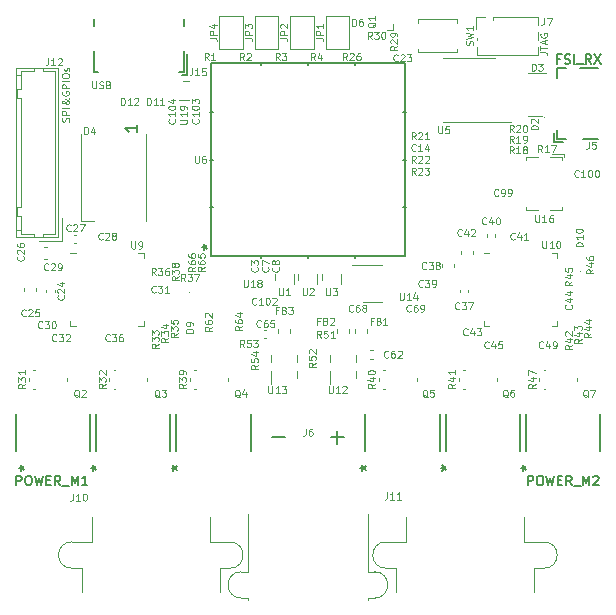
<source format=gto>
%TF.GenerationSoftware,KiCad,Pcbnew,(6.0.5)*%
%TF.CreationDate,2022-11-30T13:27:14+01:00*%
%TF.ProjectId,omodri_laas,6f6d6f64-7269-45f6-9c61-61732e6b6963,2.0*%
%TF.SameCoordinates,Original*%
%TF.FileFunction,Legend,Top*%
%TF.FilePolarity,Positive*%
%FSLAX46Y46*%
G04 Gerber Fmt 4.6, Leading zero omitted, Abs format (unit mm)*
G04 Created by KiCad (PCBNEW (6.0.5)) date 2022-11-30 13:27:14*
%MOMM*%
%LPD*%
G01*
G04 APERTURE LIST*
%ADD10C,0.150000*%
%ADD11C,0.120000*%
%ADD12C,0.100000*%
%ADD13C,0.152400*%
G04 APERTURE END LIST*
D10*
X100309523Y-90061904D02*
X100309523Y-89261904D01*
X100614285Y-89261904D01*
X100690476Y-89300000D01*
X100728571Y-89338095D01*
X100766666Y-89414285D01*
X100766666Y-89528571D01*
X100728571Y-89604761D01*
X100690476Y-89642857D01*
X100614285Y-89680952D01*
X100309523Y-89680952D01*
X101261904Y-89261904D02*
X101414285Y-89261904D01*
X101490476Y-89300000D01*
X101566666Y-89376190D01*
X101604761Y-89528571D01*
X101604761Y-89795238D01*
X101566666Y-89947619D01*
X101490476Y-90023809D01*
X101414285Y-90061904D01*
X101261904Y-90061904D01*
X101185714Y-90023809D01*
X101109523Y-89947619D01*
X101071428Y-89795238D01*
X101071428Y-89528571D01*
X101109523Y-89376190D01*
X101185714Y-89300000D01*
X101261904Y-89261904D01*
X101871428Y-89261904D02*
X102061904Y-90061904D01*
X102214285Y-89490476D01*
X102366666Y-90061904D01*
X102557142Y-89261904D01*
X102861904Y-89642857D02*
X103128571Y-89642857D01*
X103242857Y-90061904D02*
X102861904Y-90061904D01*
X102861904Y-89261904D01*
X103242857Y-89261904D01*
X104042857Y-90061904D02*
X103776190Y-89680952D01*
X103585714Y-90061904D02*
X103585714Y-89261904D01*
X103890476Y-89261904D01*
X103966666Y-89300000D01*
X104004761Y-89338095D01*
X104042857Y-89414285D01*
X104042857Y-89528571D01*
X104004761Y-89604761D01*
X103966666Y-89642857D01*
X103890476Y-89680952D01*
X103585714Y-89680952D01*
X104195238Y-90138095D02*
X104804761Y-90138095D01*
X104995238Y-90061904D02*
X104995238Y-89261904D01*
X105261904Y-89833333D01*
X105528571Y-89261904D01*
X105528571Y-90061904D01*
X106328571Y-90061904D02*
X105871428Y-90061904D01*
X106100000Y-90061904D02*
X106100000Y-89261904D01*
X106023809Y-89376190D01*
X105947619Y-89452380D01*
X105871428Y-89490476D01*
X143609523Y-90061904D02*
X143609523Y-89261904D01*
X143914285Y-89261904D01*
X143990476Y-89300000D01*
X144028571Y-89338095D01*
X144066666Y-89414285D01*
X144066666Y-89528571D01*
X144028571Y-89604761D01*
X143990476Y-89642857D01*
X143914285Y-89680952D01*
X143609523Y-89680952D01*
X144561904Y-89261904D02*
X144714285Y-89261904D01*
X144790476Y-89300000D01*
X144866666Y-89376190D01*
X144904761Y-89528571D01*
X144904761Y-89795238D01*
X144866666Y-89947619D01*
X144790476Y-90023809D01*
X144714285Y-90061904D01*
X144561904Y-90061904D01*
X144485714Y-90023809D01*
X144409523Y-89947619D01*
X144371428Y-89795238D01*
X144371428Y-89528571D01*
X144409523Y-89376190D01*
X144485714Y-89300000D01*
X144561904Y-89261904D01*
X145171428Y-89261904D02*
X145361904Y-90061904D01*
X145514285Y-89490476D01*
X145666666Y-90061904D01*
X145857142Y-89261904D01*
X146161904Y-89642857D02*
X146428571Y-89642857D01*
X146542857Y-90061904D02*
X146161904Y-90061904D01*
X146161904Y-89261904D01*
X146542857Y-89261904D01*
X147342857Y-90061904D02*
X147076190Y-89680952D01*
X146885714Y-90061904D02*
X146885714Y-89261904D01*
X147190476Y-89261904D01*
X147266666Y-89300000D01*
X147304761Y-89338095D01*
X147342857Y-89414285D01*
X147342857Y-89528571D01*
X147304761Y-89604761D01*
X147266666Y-89642857D01*
X147190476Y-89680952D01*
X146885714Y-89680952D01*
X147495238Y-90138095D02*
X148104761Y-90138095D01*
X148295238Y-90061904D02*
X148295238Y-89261904D01*
X148561904Y-89833333D01*
X148828571Y-89261904D01*
X148828571Y-90061904D01*
X149171428Y-89338095D02*
X149209523Y-89300000D01*
X149285714Y-89261904D01*
X149476190Y-89261904D01*
X149552380Y-89300000D01*
X149590476Y-89338095D01*
X149628571Y-89414285D01*
X149628571Y-89490476D01*
X149590476Y-89604761D01*
X149133333Y-90061904D01*
X149628571Y-90061904D01*
D11*
X104742857Y-59285714D02*
X104771428Y-59200000D01*
X104771428Y-59057142D01*
X104742857Y-59000000D01*
X104714285Y-58971428D01*
X104657142Y-58942857D01*
X104600000Y-58942857D01*
X104542857Y-58971428D01*
X104514285Y-59000000D01*
X104485714Y-59057142D01*
X104457142Y-59171428D01*
X104428571Y-59228571D01*
X104400000Y-59257142D01*
X104342857Y-59285714D01*
X104285714Y-59285714D01*
X104228571Y-59257142D01*
X104200000Y-59228571D01*
X104171428Y-59171428D01*
X104171428Y-59028571D01*
X104200000Y-58942857D01*
X104771428Y-58685714D02*
X104171428Y-58685714D01*
X104171428Y-58457142D01*
X104200000Y-58400000D01*
X104228571Y-58371428D01*
X104285714Y-58342857D01*
X104371428Y-58342857D01*
X104428571Y-58371428D01*
X104457142Y-58400000D01*
X104485714Y-58457142D01*
X104485714Y-58685714D01*
X104771428Y-58085714D02*
X104171428Y-58085714D01*
X104771428Y-57314285D02*
X104771428Y-57342857D01*
X104742857Y-57400000D01*
X104657142Y-57485714D01*
X104485714Y-57628571D01*
X104400000Y-57685714D01*
X104314285Y-57714285D01*
X104257142Y-57714285D01*
X104200000Y-57685714D01*
X104171428Y-57628571D01*
X104171428Y-57600000D01*
X104200000Y-57542857D01*
X104257142Y-57514285D01*
X104285714Y-57514285D01*
X104342857Y-57542857D01*
X104371428Y-57571428D01*
X104485714Y-57742857D01*
X104514285Y-57771428D01*
X104571428Y-57800000D01*
X104657142Y-57800000D01*
X104714285Y-57771428D01*
X104742857Y-57742857D01*
X104771428Y-57685714D01*
X104771428Y-57600000D01*
X104742857Y-57542857D01*
X104714285Y-57514285D01*
X104600000Y-57428571D01*
X104514285Y-57400000D01*
X104457142Y-57400000D01*
X104200000Y-56742857D02*
X104171428Y-56800000D01*
X104171428Y-56885714D01*
X104200000Y-56971428D01*
X104257142Y-57028571D01*
X104314285Y-57057142D01*
X104428571Y-57085714D01*
X104514285Y-57085714D01*
X104628571Y-57057142D01*
X104685714Y-57028571D01*
X104742857Y-56971428D01*
X104771428Y-56885714D01*
X104771428Y-56828571D01*
X104742857Y-56742857D01*
X104714285Y-56714285D01*
X104514285Y-56714285D01*
X104514285Y-56828571D01*
X104771428Y-56457142D02*
X104171428Y-56457142D01*
X104171428Y-56228571D01*
X104200000Y-56171428D01*
X104228571Y-56142857D01*
X104285714Y-56114285D01*
X104371428Y-56114285D01*
X104428571Y-56142857D01*
X104457142Y-56171428D01*
X104485714Y-56228571D01*
X104485714Y-56457142D01*
X104771428Y-55857142D02*
X104171428Y-55857142D01*
X104171428Y-55457142D02*
X104171428Y-55342857D01*
X104200000Y-55285714D01*
X104257142Y-55228571D01*
X104371428Y-55200000D01*
X104571428Y-55200000D01*
X104685714Y-55228571D01*
X104742857Y-55285714D01*
X104771428Y-55342857D01*
X104771428Y-55457142D01*
X104742857Y-55514285D01*
X104685714Y-55571428D01*
X104571428Y-55600000D01*
X104371428Y-55600000D01*
X104257142Y-55571428D01*
X104200000Y-55514285D01*
X104171428Y-55457142D01*
X104742857Y-54971428D02*
X104771428Y-54914285D01*
X104771428Y-54800000D01*
X104742857Y-54742857D01*
X104685714Y-54714285D01*
X104657142Y-54714285D01*
X104600000Y-54742857D01*
X104571428Y-54800000D01*
X104571428Y-54885714D01*
X104542857Y-54942857D01*
X104485714Y-54971428D01*
X104457142Y-54971428D01*
X104400000Y-54942857D01*
X104371428Y-54885714D01*
X104371428Y-54800000D01*
X104400000Y-54742857D01*
D10*
X146357142Y-53942857D02*
X146090476Y-53942857D01*
X146090476Y-54361904D02*
X146090476Y-53561904D01*
X146471428Y-53561904D01*
X146738095Y-54323809D02*
X146852380Y-54361904D01*
X147042857Y-54361904D01*
X147119047Y-54323809D01*
X147157142Y-54285714D01*
X147195238Y-54209523D01*
X147195238Y-54133333D01*
X147157142Y-54057142D01*
X147119047Y-54019047D01*
X147042857Y-53980952D01*
X146890476Y-53942857D01*
X146814285Y-53904761D01*
X146776190Y-53866666D01*
X146738095Y-53790476D01*
X146738095Y-53714285D01*
X146776190Y-53638095D01*
X146814285Y-53600000D01*
X146890476Y-53561904D01*
X147080952Y-53561904D01*
X147195238Y-53600000D01*
X147538095Y-54361904D02*
X147538095Y-53561904D01*
X147728571Y-54438095D02*
X148338095Y-54438095D01*
X148985714Y-54361904D02*
X148719047Y-53980952D01*
X148528571Y-54361904D02*
X148528571Y-53561904D01*
X148833333Y-53561904D01*
X148909523Y-53600000D01*
X148947619Y-53638095D01*
X148985714Y-53714285D01*
X148985714Y-53828571D01*
X148947619Y-53904761D01*
X148909523Y-53942857D01*
X148833333Y-53980952D01*
X148528571Y-53980952D01*
X149252380Y-53561904D02*
X149785714Y-54361904D01*
X149785714Y-53561904D02*
X149252380Y-54361904D01*
D11*
X144671428Y-53400000D02*
X145100000Y-53400000D01*
X145185714Y-53428571D01*
X145242857Y-53485714D01*
X145271428Y-53571428D01*
X145271428Y-53628571D01*
X144671428Y-53200000D02*
X144671428Y-52857142D01*
X145271428Y-53028571D02*
X144671428Y-53028571D01*
X145100000Y-52685714D02*
X145100000Y-52400000D01*
X145271428Y-52742857D02*
X144671428Y-52542857D01*
X145271428Y-52342857D01*
X144700000Y-51828571D02*
X144671428Y-51885714D01*
X144671428Y-51971428D01*
X144700000Y-52057142D01*
X144757142Y-52114285D01*
X144814285Y-52142857D01*
X144928571Y-52171428D01*
X145014285Y-52171428D01*
X145128571Y-52142857D01*
X145185714Y-52114285D01*
X145242857Y-52057142D01*
X145271428Y-51971428D01*
X145271428Y-51914285D01*
X145242857Y-51828571D01*
X145214285Y-51800000D01*
X145014285Y-51800000D01*
X145014285Y-51914285D01*
X106742857Y-55871428D02*
X106742857Y-56357142D01*
X106771428Y-56414285D01*
X106800000Y-56442857D01*
X106857142Y-56471428D01*
X106971428Y-56471428D01*
X107028571Y-56442857D01*
X107057142Y-56414285D01*
X107085714Y-56357142D01*
X107085714Y-55871428D01*
X107342857Y-56442857D02*
X107428571Y-56471428D01*
X107571428Y-56471428D01*
X107628571Y-56442857D01*
X107657142Y-56414285D01*
X107685714Y-56357142D01*
X107685714Y-56300000D01*
X107657142Y-56242857D01*
X107628571Y-56214285D01*
X107571428Y-56185714D01*
X107457142Y-56157142D01*
X107400000Y-56128571D01*
X107371428Y-56100000D01*
X107342857Y-56042857D01*
X107342857Y-55985714D01*
X107371428Y-55928571D01*
X107400000Y-55900000D01*
X107457142Y-55871428D01*
X107600000Y-55871428D01*
X107685714Y-55900000D01*
X108142857Y-56157142D02*
X108228571Y-56185714D01*
X108257142Y-56214285D01*
X108285714Y-56271428D01*
X108285714Y-56357142D01*
X108257142Y-56414285D01*
X108228571Y-56442857D01*
X108171428Y-56471428D01*
X107942857Y-56471428D01*
X107942857Y-55871428D01*
X108142857Y-55871428D01*
X108200000Y-55900000D01*
X108228571Y-55928571D01*
X108257142Y-55985714D01*
X108257142Y-56042857D01*
X108228571Y-56100000D01*
X108200000Y-56128571D01*
X108142857Y-56157142D01*
X107942857Y-56157142D01*
%TO.C,C41*%
X142514285Y-69214285D02*
X142485714Y-69242857D01*
X142400000Y-69271428D01*
X142342857Y-69271428D01*
X142257142Y-69242857D01*
X142200000Y-69185714D01*
X142171428Y-69128571D01*
X142142857Y-69014285D01*
X142142857Y-68928571D01*
X142171428Y-68814285D01*
X142200000Y-68757142D01*
X142257142Y-68700000D01*
X142342857Y-68671428D01*
X142400000Y-68671428D01*
X142485714Y-68700000D01*
X142514285Y-68728571D01*
X143028571Y-68871428D02*
X143028571Y-69271428D01*
X142885714Y-68642857D02*
X142742857Y-69071428D01*
X143114285Y-69071428D01*
X143657142Y-69271428D02*
X143314285Y-69271428D01*
X143485714Y-69271428D02*
X143485714Y-68671428D01*
X143428571Y-68757142D01*
X143371428Y-68814285D01*
X143314285Y-68842857D01*
%TO.C,C49*%
X144914285Y-78414285D02*
X144885714Y-78442857D01*
X144800000Y-78471428D01*
X144742857Y-78471428D01*
X144657142Y-78442857D01*
X144600000Y-78385714D01*
X144571428Y-78328571D01*
X144542857Y-78214285D01*
X144542857Y-78128571D01*
X144571428Y-78014285D01*
X144600000Y-77957142D01*
X144657142Y-77900000D01*
X144742857Y-77871428D01*
X144800000Y-77871428D01*
X144885714Y-77900000D01*
X144914285Y-77928571D01*
X145428571Y-78071428D02*
X145428571Y-78471428D01*
X145285714Y-77842857D02*
X145142857Y-78271428D01*
X145514285Y-78271428D01*
X145771428Y-78471428D02*
X145885714Y-78471428D01*
X145942857Y-78442857D01*
X145971428Y-78414285D01*
X146028571Y-78328571D01*
X146057142Y-78214285D01*
X146057142Y-77985714D01*
X146028571Y-77928571D01*
X146000000Y-77900000D01*
X145942857Y-77871428D01*
X145828571Y-77871428D01*
X145771428Y-77900000D01*
X145742857Y-77928571D01*
X145714285Y-77985714D01*
X145714285Y-78128571D01*
X145742857Y-78185714D01*
X145771428Y-78214285D01*
X145828571Y-78242857D01*
X145942857Y-78242857D01*
X146000000Y-78214285D01*
X146028571Y-78185714D01*
X146057142Y-78128571D01*
%TO.C,C65*%
X121014285Y-76614285D02*
X120985714Y-76642857D01*
X120900000Y-76671428D01*
X120842857Y-76671428D01*
X120757142Y-76642857D01*
X120700000Y-76585714D01*
X120671428Y-76528571D01*
X120642857Y-76414285D01*
X120642857Y-76328571D01*
X120671428Y-76214285D01*
X120700000Y-76157142D01*
X120757142Y-76100000D01*
X120842857Y-76071428D01*
X120900000Y-76071428D01*
X120985714Y-76100000D01*
X121014285Y-76128571D01*
X121528571Y-76071428D02*
X121414285Y-76071428D01*
X121357142Y-76100000D01*
X121328571Y-76128571D01*
X121271428Y-76214285D01*
X121242857Y-76328571D01*
X121242857Y-76557142D01*
X121271428Y-76614285D01*
X121300000Y-76642857D01*
X121357142Y-76671428D01*
X121471428Y-76671428D01*
X121528571Y-76642857D01*
X121557142Y-76614285D01*
X121585714Y-76557142D01*
X121585714Y-76414285D01*
X121557142Y-76357142D01*
X121528571Y-76328571D01*
X121471428Y-76300000D01*
X121357142Y-76300000D01*
X121300000Y-76328571D01*
X121271428Y-76357142D01*
X121242857Y-76414285D01*
X122128571Y-76071428D02*
X121842857Y-76071428D01*
X121814285Y-76357142D01*
X121842857Y-76328571D01*
X121900000Y-76300000D01*
X122042857Y-76300000D01*
X122100000Y-76328571D01*
X122128571Y-76357142D01*
X122157142Y-76414285D01*
X122157142Y-76557142D01*
X122128571Y-76614285D01*
X122100000Y-76642857D01*
X122042857Y-76671428D01*
X121900000Y-76671428D01*
X121842857Y-76642857D01*
X121814285Y-76614285D01*
%TO.C,C69*%
X133714285Y-75314285D02*
X133685714Y-75342857D01*
X133600000Y-75371428D01*
X133542857Y-75371428D01*
X133457142Y-75342857D01*
X133400000Y-75285714D01*
X133371428Y-75228571D01*
X133342857Y-75114285D01*
X133342857Y-75028571D01*
X133371428Y-74914285D01*
X133400000Y-74857142D01*
X133457142Y-74800000D01*
X133542857Y-74771428D01*
X133600000Y-74771428D01*
X133685714Y-74800000D01*
X133714285Y-74828571D01*
X134228571Y-74771428D02*
X134114285Y-74771428D01*
X134057142Y-74800000D01*
X134028571Y-74828571D01*
X133971428Y-74914285D01*
X133942857Y-75028571D01*
X133942857Y-75257142D01*
X133971428Y-75314285D01*
X134000000Y-75342857D01*
X134057142Y-75371428D01*
X134171428Y-75371428D01*
X134228571Y-75342857D01*
X134257142Y-75314285D01*
X134285714Y-75257142D01*
X134285714Y-75114285D01*
X134257142Y-75057142D01*
X134228571Y-75028571D01*
X134171428Y-75000000D01*
X134057142Y-75000000D01*
X134000000Y-75028571D01*
X133971428Y-75057142D01*
X133942857Y-75114285D01*
X134571428Y-75371428D02*
X134685714Y-75371428D01*
X134742857Y-75342857D01*
X134771428Y-75314285D01*
X134828571Y-75228571D01*
X134857142Y-75114285D01*
X134857142Y-74885714D01*
X134828571Y-74828571D01*
X134800000Y-74800000D01*
X134742857Y-74771428D01*
X134628571Y-74771428D01*
X134571428Y-74800000D01*
X134542857Y-74828571D01*
X134514285Y-74885714D01*
X134514285Y-75028571D01*
X134542857Y-75085714D01*
X134571428Y-75114285D01*
X134628571Y-75142857D01*
X134742857Y-75142857D01*
X134800000Y-75114285D01*
X134828571Y-75085714D01*
X134857142Y-75028571D01*
%TO.C,FB3*%
X122500000Y-75257142D02*
X122300000Y-75257142D01*
X122300000Y-75571428D02*
X122300000Y-74971428D01*
X122585714Y-74971428D01*
X123014285Y-75257142D02*
X123100000Y-75285714D01*
X123128571Y-75314285D01*
X123157142Y-75371428D01*
X123157142Y-75457142D01*
X123128571Y-75514285D01*
X123100000Y-75542857D01*
X123042857Y-75571428D01*
X122814285Y-75571428D01*
X122814285Y-74971428D01*
X123014285Y-74971428D01*
X123071428Y-75000000D01*
X123100000Y-75028571D01*
X123128571Y-75085714D01*
X123128571Y-75142857D01*
X123100000Y-75200000D01*
X123071428Y-75228571D01*
X123014285Y-75257142D01*
X122814285Y-75257142D01*
X123357142Y-74971428D02*
X123728571Y-74971428D01*
X123528571Y-75200000D01*
X123614285Y-75200000D01*
X123671428Y-75228571D01*
X123700000Y-75257142D01*
X123728571Y-75314285D01*
X123728571Y-75457142D01*
X123700000Y-75514285D01*
X123671428Y-75542857D01*
X123614285Y-75571428D01*
X123442857Y-75571428D01*
X123385714Y-75542857D01*
X123357142Y-75514285D01*
%TO.C,R26*%
X128314285Y-54071428D02*
X128114285Y-53785714D01*
X127971428Y-54071428D02*
X127971428Y-53471428D01*
X128200000Y-53471428D01*
X128257142Y-53500000D01*
X128285714Y-53528571D01*
X128314285Y-53585714D01*
X128314285Y-53671428D01*
X128285714Y-53728571D01*
X128257142Y-53757142D01*
X128200000Y-53785714D01*
X127971428Y-53785714D01*
X128542857Y-53528571D02*
X128571428Y-53500000D01*
X128628571Y-53471428D01*
X128771428Y-53471428D01*
X128828571Y-53500000D01*
X128857142Y-53528571D01*
X128885714Y-53585714D01*
X128885714Y-53642857D01*
X128857142Y-53728571D01*
X128514285Y-54071428D01*
X128885714Y-54071428D01*
X129400000Y-53471428D02*
X129285714Y-53471428D01*
X129228571Y-53500000D01*
X129200000Y-53528571D01*
X129142857Y-53614285D01*
X129114285Y-53728571D01*
X129114285Y-53957142D01*
X129142857Y-54014285D01*
X129171428Y-54042857D01*
X129228571Y-54071428D01*
X129342857Y-54071428D01*
X129400000Y-54042857D01*
X129428571Y-54014285D01*
X129457142Y-53957142D01*
X129457142Y-53814285D01*
X129428571Y-53757142D01*
X129400000Y-53728571D01*
X129342857Y-53700000D01*
X129228571Y-53700000D01*
X129171428Y-53728571D01*
X129142857Y-53757142D01*
X129114285Y-53814285D01*
%TO.C,R40*%
X130671428Y-81485714D02*
X130385714Y-81685714D01*
X130671428Y-81828571D02*
X130071428Y-81828571D01*
X130071428Y-81600000D01*
X130100000Y-81542857D01*
X130128571Y-81514285D01*
X130185714Y-81485714D01*
X130271428Y-81485714D01*
X130328571Y-81514285D01*
X130357142Y-81542857D01*
X130385714Y-81600000D01*
X130385714Y-81828571D01*
X130271428Y-80971428D02*
X130671428Y-80971428D01*
X130042857Y-81114285D02*
X130471428Y-81257142D01*
X130471428Y-80885714D01*
X130071428Y-80542857D02*
X130071428Y-80485714D01*
X130100000Y-80428571D01*
X130128571Y-80400000D01*
X130185714Y-80371428D01*
X130300000Y-80342857D01*
X130442857Y-80342857D01*
X130557142Y-80371428D01*
X130614285Y-80400000D01*
X130642857Y-80428571D01*
X130671428Y-80485714D01*
X130671428Y-80542857D01*
X130642857Y-80600000D01*
X130614285Y-80628571D01*
X130557142Y-80657142D01*
X130442857Y-80685714D01*
X130300000Y-80685714D01*
X130185714Y-80657142D01*
X130128571Y-80628571D01*
X130100000Y-80600000D01*
X130071428Y-80542857D01*
%TO.C,U13*%
X121657142Y-81671428D02*
X121657142Y-82157142D01*
X121685714Y-82214285D01*
X121714285Y-82242857D01*
X121771428Y-82271428D01*
X121885714Y-82271428D01*
X121942857Y-82242857D01*
X121971428Y-82214285D01*
X122000000Y-82157142D01*
X122000000Y-81671428D01*
X122600000Y-82271428D02*
X122257142Y-82271428D01*
X122428571Y-82271428D02*
X122428571Y-81671428D01*
X122371428Y-81757142D01*
X122314285Y-81814285D01*
X122257142Y-81842857D01*
X122800000Y-81671428D02*
X123171428Y-81671428D01*
X122971428Y-81900000D01*
X123057142Y-81900000D01*
X123114285Y-81928571D01*
X123142857Y-81957142D01*
X123171428Y-82014285D01*
X123171428Y-82157142D01*
X123142857Y-82214285D01*
X123114285Y-82242857D01*
X123057142Y-82271428D01*
X122885714Y-82271428D01*
X122828571Y-82242857D01*
X122800000Y-82214285D01*
%TO.C,R44*%
X148971428Y-77185714D02*
X148685714Y-77385714D01*
X148971428Y-77528571D02*
X148371428Y-77528571D01*
X148371428Y-77300000D01*
X148400000Y-77242857D01*
X148428571Y-77214285D01*
X148485714Y-77185714D01*
X148571428Y-77185714D01*
X148628571Y-77214285D01*
X148657142Y-77242857D01*
X148685714Y-77300000D01*
X148685714Y-77528571D01*
X148571428Y-76671428D02*
X148971428Y-76671428D01*
X148342857Y-76814285D02*
X148771428Y-76957142D01*
X148771428Y-76585714D01*
X148571428Y-76100000D02*
X148971428Y-76100000D01*
X148342857Y-76242857D02*
X148771428Y-76385714D01*
X148771428Y-76014285D01*
%TO.C,R23*%
X134114285Y-63771428D02*
X133914285Y-63485714D01*
X133771428Y-63771428D02*
X133771428Y-63171428D01*
X134000000Y-63171428D01*
X134057142Y-63200000D01*
X134085714Y-63228571D01*
X134114285Y-63285714D01*
X134114285Y-63371428D01*
X134085714Y-63428571D01*
X134057142Y-63457142D01*
X134000000Y-63485714D01*
X133771428Y-63485714D01*
X134342857Y-63228571D02*
X134371428Y-63200000D01*
X134428571Y-63171428D01*
X134571428Y-63171428D01*
X134628571Y-63200000D01*
X134657142Y-63228571D01*
X134685714Y-63285714D01*
X134685714Y-63342857D01*
X134657142Y-63428571D01*
X134314285Y-63771428D01*
X134685714Y-63771428D01*
X134885714Y-63171428D02*
X135257142Y-63171428D01*
X135057142Y-63400000D01*
X135142857Y-63400000D01*
X135200000Y-63428571D01*
X135228571Y-63457142D01*
X135257142Y-63514285D01*
X135257142Y-63657142D01*
X135228571Y-63714285D01*
X135200000Y-63742857D01*
X135142857Y-63771428D01*
X134971428Y-63771428D01*
X134914285Y-63742857D01*
X134885714Y-63714285D01*
%TO.C,C45*%
X140314285Y-78414285D02*
X140285714Y-78442857D01*
X140200000Y-78471428D01*
X140142857Y-78471428D01*
X140057142Y-78442857D01*
X140000000Y-78385714D01*
X139971428Y-78328571D01*
X139942857Y-78214285D01*
X139942857Y-78128571D01*
X139971428Y-78014285D01*
X140000000Y-77957142D01*
X140057142Y-77900000D01*
X140142857Y-77871428D01*
X140200000Y-77871428D01*
X140285714Y-77900000D01*
X140314285Y-77928571D01*
X140828571Y-78071428D02*
X140828571Y-78471428D01*
X140685714Y-77842857D02*
X140542857Y-78271428D01*
X140914285Y-78271428D01*
X141428571Y-77871428D02*
X141142857Y-77871428D01*
X141114285Y-78157142D01*
X141142857Y-78128571D01*
X141200000Y-78100000D01*
X141342857Y-78100000D01*
X141400000Y-78128571D01*
X141428571Y-78157142D01*
X141457142Y-78214285D01*
X141457142Y-78357142D01*
X141428571Y-78414285D01*
X141400000Y-78442857D01*
X141342857Y-78471428D01*
X141200000Y-78471428D01*
X141142857Y-78442857D01*
X141114285Y-78414285D01*
%TO.C,U5*%
X136042857Y-59671428D02*
X136042857Y-60157142D01*
X136071428Y-60214285D01*
X136100000Y-60242857D01*
X136157142Y-60271428D01*
X136271428Y-60271428D01*
X136328571Y-60242857D01*
X136357142Y-60214285D01*
X136385714Y-60157142D01*
X136385714Y-59671428D01*
X136957142Y-59671428D02*
X136671428Y-59671428D01*
X136642857Y-59957142D01*
X136671428Y-59928571D01*
X136728571Y-59900000D01*
X136871428Y-59900000D01*
X136928571Y-59928571D01*
X136957142Y-59957142D01*
X136985714Y-60014285D01*
X136985714Y-60157142D01*
X136957142Y-60214285D01*
X136928571Y-60242857D01*
X136871428Y-60271428D01*
X136728571Y-60271428D01*
X136671428Y-60242857D01*
X136642857Y-60214285D01*
%TO.C,R20*%
X142414285Y-60171428D02*
X142214285Y-59885714D01*
X142071428Y-60171428D02*
X142071428Y-59571428D01*
X142300000Y-59571428D01*
X142357142Y-59600000D01*
X142385714Y-59628571D01*
X142414285Y-59685714D01*
X142414285Y-59771428D01*
X142385714Y-59828571D01*
X142357142Y-59857142D01*
X142300000Y-59885714D01*
X142071428Y-59885714D01*
X142642857Y-59628571D02*
X142671428Y-59600000D01*
X142728571Y-59571428D01*
X142871428Y-59571428D01*
X142928571Y-59600000D01*
X142957142Y-59628571D01*
X142985714Y-59685714D01*
X142985714Y-59742857D01*
X142957142Y-59828571D01*
X142614285Y-60171428D01*
X142985714Y-60171428D01*
X143357142Y-59571428D02*
X143414285Y-59571428D01*
X143471428Y-59600000D01*
X143500000Y-59628571D01*
X143528571Y-59685714D01*
X143557142Y-59800000D01*
X143557142Y-59942857D01*
X143528571Y-60057142D01*
X143500000Y-60114285D01*
X143471428Y-60142857D01*
X143414285Y-60171428D01*
X143357142Y-60171428D01*
X143300000Y-60142857D01*
X143271428Y-60114285D01*
X143242857Y-60057142D01*
X143214285Y-59942857D01*
X143214285Y-59800000D01*
X143242857Y-59685714D01*
X143271428Y-59628571D01*
X143300000Y-59600000D01*
X143357142Y-59571428D01*
%TO.C,R21*%
X134114285Y-60771428D02*
X133914285Y-60485714D01*
X133771428Y-60771428D02*
X133771428Y-60171428D01*
X134000000Y-60171428D01*
X134057142Y-60200000D01*
X134085714Y-60228571D01*
X134114285Y-60285714D01*
X134114285Y-60371428D01*
X134085714Y-60428571D01*
X134057142Y-60457142D01*
X134000000Y-60485714D01*
X133771428Y-60485714D01*
X134342857Y-60228571D02*
X134371428Y-60200000D01*
X134428571Y-60171428D01*
X134571428Y-60171428D01*
X134628571Y-60200000D01*
X134657142Y-60228571D01*
X134685714Y-60285714D01*
X134685714Y-60342857D01*
X134657142Y-60428571D01*
X134314285Y-60771428D01*
X134685714Y-60771428D01*
X135257142Y-60771428D02*
X134914285Y-60771428D01*
X135085714Y-60771428D02*
X135085714Y-60171428D01*
X135028571Y-60257142D01*
X134971428Y-60314285D01*
X134914285Y-60342857D01*
%TO.C,C37*%
X137814285Y-75114285D02*
X137785714Y-75142857D01*
X137700000Y-75171428D01*
X137642857Y-75171428D01*
X137557142Y-75142857D01*
X137500000Y-75085714D01*
X137471428Y-75028571D01*
X137442857Y-74914285D01*
X137442857Y-74828571D01*
X137471428Y-74714285D01*
X137500000Y-74657142D01*
X137557142Y-74600000D01*
X137642857Y-74571428D01*
X137700000Y-74571428D01*
X137785714Y-74600000D01*
X137814285Y-74628571D01*
X138014285Y-74571428D02*
X138385714Y-74571428D01*
X138185714Y-74800000D01*
X138271428Y-74800000D01*
X138328571Y-74828571D01*
X138357142Y-74857142D01*
X138385714Y-74914285D01*
X138385714Y-75057142D01*
X138357142Y-75114285D01*
X138328571Y-75142857D01*
X138271428Y-75171428D01*
X138100000Y-75171428D01*
X138042857Y-75142857D01*
X138014285Y-75114285D01*
X138585714Y-74571428D02*
X138985714Y-74571428D01*
X138728571Y-75171428D01*
%TO.C,Q1*%
X130728571Y-50857142D02*
X130700000Y-50914285D01*
X130642857Y-50971428D01*
X130557142Y-51057142D01*
X130528571Y-51114285D01*
X130528571Y-51171428D01*
X130671428Y-51142857D02*
X130642857Y-51200000D01*
X130585714Y-51257142D01*
X130471428Y-51285714D01*
X130271428Y-51285714D01*
X130157142Y-51257142D01*
X130100000Y-51200000D01*
X130071428Y-51142857D01*
X130071428Y-51028571D01*
X130100000Y-50971428D01*
X130157142Y-50914285D01*
X130271428Y-50885714D01*
X130471428Y-50885714D01*
X130585714Y-50914285D01*
X130642857Y-50971428D01*
X130671428Y-51028571D01*
X130671428Y-51142857D01*
X130671428Y-50314285D02*
X130671428Y-50657142D01*
X130671428Y-50485714D02*
X130071428Y-50485714D01*
X130157142Y-50542857D01*
X130214285Y-50600000D01*
X130242857Y-50657142D01*
%TO.C,C43*%
X138514285Y-77314285D02*
X138485714Y-77342857D01*
X138400000Y-77371428D01*
X138342857Y-77371428D01*
X138257142Y-77342857D01*
X138200000Y-77285714D01*
X138171428Y-77228571D01*
X138142857Y-77114285D01*
X138142857Y-77028571D01*
X138171428Y-76914285D01*
X138200000Y-76857142D01*
X138257142Y-76800000D01*
X138342857Y-76771428D01*
X138400000Y-76771428D01*
X138485714Y-76800000D01*
X138514285Y-76828571D01*
X139028571Y-76971428D02*
X139028571Y-77371428D01*
X138885714Y-76742857D02*
X138742857Y-77171428D01*
X139114285Y-77171428D01*
X139285714Y-76771428D02*
X139657142Y-76771428D01*
X139457142Y-77000000D01*
X139542857Y-77000000D01*
X139600000Y-77028571D01*
X139628571Y-77057142D01*
X139657142Y-77114285D01*
X139657142Y-77257142D01*
X139628571Y-77314285D01*
X139600000Y-77342857D01*
X139542857Y-77371428D01*
X139371428Y-77371428D01*
X139314285Y-77342857D01*
X139285714Y-77314285D01*
%TO.C,R41*%
X137471428Y-81485714D02*
X137185714Y-81685714D01*
X137471428Y-81828571D02*
X136871428Y-81828571D01*
X136871428Y-81600000D01*
X136900000Y-81542857D01*
X136928571Y-81514285D01*
X136985714Y-81485714D01*
X137071428Y-81485714D01*
X137128571Y-81514285D01*
X137157142Y-81542857D01*
X137185714Y-81600000D01*
X137185714Y-81828571D01*
X137071428Y-80971428D02*
X137471428Y-80971428D01*
X136842857Y-81114285D02*
X137271428Y-81257142D01*
X137271428Y-80885714D01*
X137471428Y-80342857D02*
X137471428Y-80685714D01*
X137471428Y-80514285D02*
X136871428Y-80514285D01*
X136957142Y-80571428D01*
X137014285Y-80628571D01*
X137042857Y-80685714D01*
%TO.C,R37*%
X114614285Y-72771428D02*
X114414285Y-72485714D01*
X114271428Y-72771428D02*
X114271428Y-72171428D01*
X114500000Y-72171428D01*
X114557142Y-72200000D01*
X114585714Y-72228571D01*
X114614285Y-72285714D01*
X114614285Y-72371428D01*
X114585714Y-72428571D01*
X114557142Y-72457142D01*
X114500000Y-72485714D01*
X114271428Y-72485714D01*
X114814285Y-72171428D02*
X115185714Y-72171428D01*
X114985714Y-72400000D01*
X115071428Y-72400000D01*
X115128571Y-72428571D01*
X115157142Y-72457142D01*
X115185714Y-72514285D01*
X115185714Y-72657142D01*
X115157142Y-72714285D01*
X115128571Y-72742857D01*
X115071428Y-72771428D01*
X114900000Y-72771428D01*
X114842857Y-72742857D01*
X114814285Y-72714285D01*
X115385714Y-72171428D02*
X115785714Y-72171428D01*
X115528571Y-72771428D01*
%TO.C,R45*%
X147371428Y-72785714D02*
X147085714Y-72985714D01*
X147371428Y-73128571D02*
X146771428Y-73128571D01*
X146771428Y-72900000D01*
X146800000Y-72842857D01*
X146828571Y-72814285D01*
X146885714Y-72785714D01*
X146971428Y-72785714D01*
X147028571Y-72814285D01*
X147057142Y-72842857D01*
X147085714Y-72900000D01*
X147085714Y-73128571D01*
X146971428Y-72271428D02*
X147371428Y-72271428D01*
X146742857Y-72414285D02*
X147171428Y-72557142D01*
X147171428Y-72185714D01*
X146771428Y-71671428D02*
X146771428Y-71957142D01*
X147057142Y-71985714D01*
X147028571Y-71957142D01*
X147000000Y-71900000D01*
X147000000Y-71757142D01*
X147028571Y-71700000D01*
X147057142Y-71671428D01*
X147114285Y-71642857D01*
X147257142Y-71642857D01*
X147314285Y-71671428D01*
X147342857Y-71700000D01*
X147371428Y-71757142D01*
X147371428Y-71900000D01*
X147342857Y-71957142D01*
X147314285Y-71985714D01*
%TO.C,R46*%
X149171428Y-71785714D02*
X148885714Y-71985714D01*
X149171428Y-72128571D02*
X148571428Y-72128571D01*
X148571428Y-71900000D01*
X148600000Y-71842857D01*
X148628571Y-71814285D01*
X148685714Y-71785714D01*
X148771428Y-71785714D01*
X148828571Y-71814285D01*
X148857142Y-71842857D01*
X148885714Y-71900000D01*
X148885714Y-72128571D01*
X148771428Y-71271428D02*
X149171428Y-71271428D01*
X148542857Y-71414285D02*
X148971428Y-71557142D01*
X148971428Y-71185714D01*
X148571428Y-70700000D02*
X148571428Y-70814285D01*
X148600000Y-70871428D01*
X148628571Y-70900000D01*
X148714285Y-70957142D01*
X148828571Y-70985714D01*
X149057142Y-70985714D01*
X149114285Y-70957142D01*
X149142857Y-70928571D01*
X149171428Y-70871428D01*
X149171428Y-70757142D01*
X149142857Y-70700000D01*
X149114285Y-70671428D01*
X149057142Y-70642857D01*
X148914285Y-70642857D01*
X148857142Y-70671428D01*
X148828571Y-70700000D01*
X148800000Y-70757142D01*
X148800000Y-70871428D01*
X148828571Y-70928571D01*
X148857142Y-70957142D01*
X148914285Y-70985714D01*
%TO.C,D9*%
X115271428Y-77142857D02*
X114671428Y-77142857D01*
X114671428Y-77000000D01*
X114700000Y-76914285D01*
X114757142Y-76857142D01*
X114814285Y-76828571D01*
X114928571Y-76800000D01*
X115014285Y-76800000D01*
X115128571Y-76828571D01*
X115185714Y-76857142D01*
X115242857Y-76914285D01*
X115271428Y-77000000D01*
X115271428Y-77142857D01*
X115271428Y-76514285D02*
X115271428Y-76400000D01*
X115242857Y-76342857D01*
X115214285Y-76314285D01*
X115128571Y-76257142D01*
X115014285Y-76228571D01*
X114785714Y-76228571D01*
X114728571Y-76257142D01*
X114700000Y-76285714D01*
X114671428Y-76342857D01*
X114671428Y-76457142D01*
X114700000Y-76514285D01*
X114728571Y-76542857D01*
X114785714Y-76571428D01*
X114928571Y-76571428D01*
X114985714Y-76542857D01*
X115014285Y-76514285D01*
X115042857Y-76457142D01*
X115042857Y-76342857D01*
X115014285Y-76285714D01*
X114985714Y-76257142D01*
X114928571Y-76228571D01*
%TO.C,C27*%
X104914285Y-68514285D02*
X104885714Y-68542857D01*
X104800000Y-68571428D01*
X104742857Y-68571428D01*
X104657142Y-68542857D01*
X104600000Y-68485714D01*
X104571428Y-68428571D01*
X104542857Y-68314285D01*
X104542857Y-68228571D01*
X104571428Y-68114285D01*
X104600000Y-68057142D01*
X104657142Y-68000000D01*
X104742857Y-67971428D01*
X104800000Y-67971428D01*
X104885714Y-68000000D01*
X104914285Y-68028571D01*
X105142857Y-68028571D02*
X105171428Y-68000000D01*
X105228571Y-67971428D01*
X105371428Y-67971428D01*
X105428571Y-68000000D01*
X105457142Y-68028571D01*
X105485714Y-68085714D01*
X105485714Y-68142857D01*
X105457142Y-68228571D01*
X105114285Y-68571428D01*
X105485714Y-68571428D01*
X105685714Y-67971428D02*
X106085714Y-67971428D01*
X105828571Y-68571428D01*
%TO.C,J11*%
X131714285Y-90671428D02*
X131714285Y-91100000D01*
X131685714Y-91185714D01*
X131628571Y-91242857D01*
X131542857Y-91271428D01*
X131485714Y-91271428D01*
X132314285Y-91271428D02*
X131971428Y-91271428D01*
X132142857Y-91271428D02*
X132142857Y-90671428D01*
X132085714Y-90757142D01*
X132028571Y-90814285D01*
X131971428Y-90842857D01*
X132885714Y-91271428D02*
X132542857Y-91271428D01*
X132714285Y-91271428D02*
X132714285Y-90671428D01*
X132657142Y-90757142D01*
X132600000Y-90814285D01*
X132542857Y-90842857D01*
%TO.C,R53*%
X119614285Y-78371428D02*
X119414285Y-78085714D01*
X119271428Y-78371428D02*
X119271428Y-77771428D01*
X119500000Y-77771428D01*
X119557142Y-77800000D01*
X119585714Y-77828571D01*
X119614285Y-77885714D01*
X119614285Y-77971428D01*
X119585714Y-78028571D01*
X119557142Y-78057142D01*
X119500000Y-78085714D01*
X119271428Y-78085714D01*
X120157142Y-77771428D02*
X119871428Y-77771428D01*
X119842857Y-78057142D01*
X119871428Y-78028571D01*
X119928571Y-78000000D01*
X120071428Y-78000000D01*
X120128571Y-78028571D01*
X120157142Y-78057142D01*
X120185714Y-78114285D01*
X120185714Y-78257142D01*
X120157142Y-78314285D01*
X120128571Y-78342857D01*
X120071428Y-78371428D01*
X119928571Y-78371428D01*
X119871428Y-78342857D01*
X119842857Y-78314285D01*
X120385714Y-77771428D02*
X120757142Y-77771428D01*
X120557142Y-78000000D01*
X120642857Y-78000000D01*
X120700000Y-78028571D01*
X120728571Y-78057142D01*
X120757142Y-78114285D01*
X120757142Y-78257142D01*
X120728571Y-78314285D01*
X120700000Y-78342857D01*
X120642857Y-78371428D01*
X120471428Y-78371428D01*
X120414285Y-78342857D01*
X120385714Y-78314285D01*
%TO.C,C62*%
X131814285Y-79214285D02*
X131785714Y-79242857D01*
X131700000Y-79271428D01*
X131642857Y-79271428D01*
X131557142Y-79242857D01*
X131500000Y-79185714D01*
X131471428Y-79128571D01*
X131442857Y-79014285D01*
X131442857Y-78928571D01*
X131471428Y-78814285D01*
X131500000Y-78757142D01*
X131557142Y-78700000D01*
X131642857Y-78671428D01*
X131700000Y-78671428D01*
X131785714Y-78700000D01*
X131814285Y-78728571D01*
X132328571Y-78671428D02*
X132214285Y-78671428D01*
X132157142Y-78700000D01*
X132128571Y-78728571D01*
X132071428Y-78814285D01*
X132042857Y-78928571D01*
X132042857Y-79157142D01*
X132071428Y-79214285D01*
X132100000Y-79242857D01*
X132157142Y-79271428D01*
X132271428Y-79271428D01*
X132328571Y-79242857D01*
X132357142Y-79214285D01*
X132385714Y-79157142D01*
X132385714Y-79014285D01*
X132357142Y-78957142D01*
X132328571Y-78928571D01*
X132271428Y-78900000D01*
X132157142Y-78900000D01*
X132100000Y-78928571D01*
X132071428Y-78957142D01*
X132042857Y-79014285D01*
X132614285Y-78728571D02*
X132642857Y-78700000D01*
X132700000Y-78671428D01*
X132842857Y-78671428D01*
X132900000Y-78700000D01*
X132928571Y-78728571D01*
X132957142Y-78785714D01*
X132957142Y-78842857D01*
X132928571Y-78928571D01*
X132585714Y-79271428D01*
X132957142Y-79271428D01*
%TO.C,R52*%
X125671428Y-79685714D02*
X125385714Y-79885714D01*
X125671428Y-80028571D02*
X125071428Y-80028571D01*
X125071428Y-79800000D01*
X125100000Y-79742857D01*
X125128571Y-79714285D01*
X125185714Y-79685714D01*
X125271428Y-79685714D01*
X125328571Y-79714285D01*
X125357142Y-79742857D01*
X125385714Y-79800000D01*
X125385714Y-80028571D01*
X125071428Y-79142857D02*
X125071428Y-79428571D01*
X125357142Y-79457142D01*
X125328571Y-79428571D01*
X125300000Y-79371428D01*
X125300000Y-79228571D01*
X125328571Y-79171428D01*
X125357142Y-79142857D01*
X125414285Y-79114285D01*
X125557142Y-79114285D01*
X125614285Y-79142857D01*
X125642857Y-79171428D01*
X125671428Y-79228571D01*
X125671428Y-79371428D01*
X125642857Y-79428571D01*
X125614285Y-79457142D01*
X125128571Y-78885714D02*
X125100000Y-78857142D01*
X125071428Y-78800000D01*
X125071428Y-78657142D01*
X125100000Y-78600000D01*
X125128571Y-78571428D01*
X125185714Y-78542857D01*
X125242857Y-78542857D01*
X125328571Y-78571428D01*
X125671428Y-78914285D01*
X125671428Y-78542857D01*
%TO.C,C25*%
X101114285Y-75714285D02*
X101085714Y-75742857D01*
X101000000Y-75771428D01*
X100942857Y-75771428D01*
X100857142Y-75742857D01*
X100800000Y-75685714D01*
X100771428Y-75628571D01*
X100742857Y-75514285D01*
X100742857Y-75428571D01*
X100771428Y-75314285D01*
X100800000Y-75257142D01*
X100857142Y-75200000D01*
X100942857Y-75171428D01*
X101000000Y-75171428D01*
X101085714Y-75200000D01*
X101114285Y-75228571D01*
X101342857Y-75228571D02*
X101371428Y-75200000D01*
X101428571Y-75171428D01*
X101571428Y-75171428D01*
X101628571Y-75200000D01*
X101657142Y-75228571D01*
X101685714Y-75285714D01*
X101685714Y-75342857D01*
X101657142Y-75428571D01*
X101314285Y-75771428D01*
X101685714Y-75771428D01*
X102228571Y-75171428D02*
X101942857Y-75171428D01*
X101914285Y-75457142D01*
X101942857Y-75428571D01*
X102000000Y-75400000D01*
X102142857Y-75400000D01*
X102200000Y-75428571D01*
X102228571Y-75457142D01*
X102257142Y-75514285D01*
X102257142Y-75657142D01*
X102228571Y-75714285D01*
X102200000Y-75742857D01*
X102142857Y-75771428D01*
X102000000Y-75771428D01*
X101942857Y-75742857D01*
X101914285Y-75714285D01*
%TO.C,C29*%
X103014285Y-71814285D02*
X102985714Y-71842857D01*
X102900000Y-71871428D01*
X102842857Y-71871428D01*
X102757142Y-71842857D01*
X102700000Y-71785714D01*
X102671428Y-71728571D01*
X102642857Y-71614285D01*
X102642857Y-71528571D01*
X102671428Y-71414285D01*
X102700000Y-71357142D01*
X102757142Y-71300000D01*
X102842857Y-71271428D01*
X102900000Y-71271428D01*
X102985714Y-71300000D01*
X103014285Y-71328571D01*
X103242857Y-71328571D02*
X103271428Y-71300000D01*
X103328571Y-71271428D01*
X103471428Y-71271428D01*
X103528571Y-71300000D01*
X103557142Y-71328571D01*
X103585714Y-71385714D01*
X103585714Y-71442857D01*
X103557142Y-71528571D01*
X103214285Y-71871428D01*
X103585714Y-71871428D01*
X103871428Y-71871428D02*
X103985714Y-71871428D01*
X104042857Y-71842857D01*
X104071428Y-71814285D01*
X104128571Y-71728571D01*
X104157142Y-71614285D01*
X104157142Y-71385714D01*
X104128571Y-71328571D01*
X104100000Y-71300000D01*
X104042857Y-71271428D01*
X103928571Y-71271428D01*
X103871428Y-71300000D01*
X103842857Y-71328571D01*
X103814285Y-71385714D01*
X103814285Y-71528571D01*
X103842857Y-71585714D01*
X103871428Y-71614285D01*
X103928571Y-71642857D01*
X104042857Y-71642857D01*
X104100000Y-71614285D01*
X104128571Y-71585714D01*
X104157142Y-71528571D01*
%TO.C,C28*%
X107614285Y-69214285D02*
X107585714Y-69242857D01*
X107500000Y-69271428D01*
X107442857Y-69271428D01*
X107357142Y-69242857D01*
X107300000Y-69185714D01*
X107271428Y-69128571D01*
X107242857Y-69014285D01*
X107242857Y-68928571D01*
X107271428Y-68814285D01*
X107300000Y-68757142D01*
X107357142Y-68700000D01*
X107442857Y-68671428D01*
X107500000Y-68671428D01*
X107585714Y-68700000D01*
X107614285Y-68728571D01*
X107842857Y-68728571D02*
X107871428Y-68700000D01*
X107928571Y-68671428D01*
X108071428Y-68671428D01*
X108128571Y-68700000D01*
X108157142Y-68728571D01*
X108185714Y-68785714D01*
X108185714Y-68842857D01*
X108157142Y-68928571D01*
X107814285Y-69271428D01*
X108185714Y-69271428D01*
X108528571Y-68928571D02*
X108471428Y-68900000D01*
X108442857Y-68871428D01*
X108414285Y-68814285D01*
X108414285Y-68785714D01*
X108442857Y-68728571D01*
X108471428Y-68700000D01*
X108528571Y-68671428D01*
X108642857Y-68671428D01*
X108700000Y-68700000D01*
X108728571Y-68728571D01*
X108757142Y-68785714D01*
X108757142Y-68814285D01*
X108728571Y-68871428D01*
X108700000Y-68900000D01*
X108642857Y-68928571D01*
X108528571Y-68928571D01*
X108471428Y-68957142D01*
X108442857Y-68985714D01*
X108414285Y-69042857D01*
X108414285Y-69157142D01*
X108442857Y-69214285D01*
X108471428Y-69242857D01*
X108528571Y-69271428D01*
X108642857Y-69271428D01*
X108700000Y-69242857D01*
X108728571Y-69214285D01*
X108757142Y-69157142D01*
X108757142Y-69042857D01*
X108728571Y-68985714D01*
X108700000Y-68957142D01*
X108642857Y-68928571D01*
%TO.C,C68*%
X128814285Y-75314285D02*
X128785714Y-75342857D01*
X128700000Y-75371428D01*
X128642857Y-75371428D01*
X128557142Y-75342857D01*
X128500000Y-75285714D01*
X128471428Y-75228571D01*
X128442857Y-75114285D01*
X128442857Y-75028571D01*
X128471428Y-74914285D01*
X128500000Y-74857142D01*
X128557142Y-74800000D01*
X128642857Y-74771428D01*
X128700000Y-74771428D01*
X128785714Y-74800000D01*
X128814285Y-74828571D01*
X129328571Y-74771428D02*
X129214285Y-74771428D01*
X129157142Y-74800000D01*
X129128571Y-74828571D01*
X129071428Y-74914285D01*
X129042857Y-75028571D01*
X129042857Y-75257142D01*
X129071428Y-75314285D01*
X129100000Y-75342857D01*
X129157142Y-75371428D01*
X129271428Y-75371428D01*
X129328571Y-75342857D01*
X129357142Y-75314285D01*
X129385714Y-75257142D01*
X129385714Y-75114285D01*
X129357142Y-75057142D01*
X129328571Y-75028571D01*
X129271428Y-75000000D01*
X129157142Y-75000000D01*
X129100000Y-75028571D01*
X129071428Y-75057142D01*
X129042857Y-75114285D01*
X129728571Y-75028571D02*
X129671428Y-75000000D01*
X129642857Y-74971428D01*
X129614285Y-74914285D01*
X129614285Y-74885714D01*
X129642857Y-74828571D01*
X129671428Y-74800000D01*
X129728571Y-74771428D01*
X129842857Y-74771428D01*
X129900000Y-74800000D01*
X129928571Y-74828571D01*
X129957142Y-74885714D01*
X129957142Y-74914285D01*
X129928571Y-74971428D01*
X129900000Y-75000000D01*
X129842857Y-75028571D01*
X129728571Y-75028571D01*
X129671428Y-75057142D01*
X129642857Y-75085714D01*
X129614285Y-75142857D01*
X129614285Y-75257142D01*
X129642857Y-75314285D01*
X129671428Y-75342857D01*
X129728571Y-75371428D01*
X129842857Y-75371428D01*
X129900000Y-75342857D01*
X129928571Y-75314285D01*
X129957142Y-75257142D01*
X129957142Y-75142857D01*
X129928571Y-75085714D01*
X129900000Y-75057142D01*
X129842857Y-75028571D01*
%TO.C,R51*%
X126114285Y-77571428D02*
X125914285Y-77285714D01*
X125771428Y-77571428D02*
X125771428Y-76971428D01*
X126000000Y-76971428D01*
X126057142Y-77000000D01*
X126085714Y-77028571D01*
X126114285Y-77085714D01*
X126114285Y-77171428D01*
X126085714Y-77228571D01*
X126057142Y-77257142D01*
X126000000Y-77285714D01*
X125771428Y-77285714D01*
X126657142Y-76971428D02*
X126371428Y-76971428D01*
X126342857Y-77257142D01*
X126371428Y-77228571D01*
X126428571Y-77200000D01*
X126571428Y-77200000D01*
X126628571Y-77228571D01*
X126657142Y-77257142D01*
X126685714Y-77314285D01*
X126685714Y-77457142D01*
X126657142Y-77514285D01*
X126628571Y-77542857D01*
X126571428Y-77571428D01*
X126428571Y-77571428D01*
X126371428Y-77542857D01*
X126342857Y-77514285D01*
X127257142Y-77571428D02*
X126914285Y-77571428D01*
X127085714Y-77571428D02*
X127085714Y-76971428D01*
X127028571Y-77057142D01*
X126971428Y-77114285D01*
X126914285Y-77142857D01*
%TO.C,C31*%
X112114285Y-73714285D02*
X112085714Y-73742857D01*
X112000000Y-73771428D01*
X111942857Y-73771428D01*
X111857142Y-73742857D01*
X111800000Y-73685714D01*
X111771428Y-73628571D01*
X111742857Y-73514285D01*
X111742857Y-73428571D01*
X111771428Y-73314285D01*
X111800000Y-73257142D01*
X111857142Y-73200000D01*
X111942857Y-73171428D01*
X112000000Y-73171428D01*
X112085714Y-73200000D01*
X112114285Y-73228571D01*
X112314285Y-73171428D02*
X112685714Y-73171428D01*
X112485714Y-73400000D01*
X112571428Y-73400000D01*
X112628571Y-73428571D01*
X112657142Y-73457142D01*
X112685714Y-73514285D01*
X112685714Y-73657142D01*
X112657142Y-73714285D01*
X112628571Y-73742857D01*
X112571428Y-73771428D01*
X112400000Y-73771428D01*
X112342857Y-73742857D01*
X112314285Y-73714285D01*
X113257142Y-73771428D02*
X112914285Y-73771428D01*
X113085714Y-73771428D02*
X113085714Y-73171428D01*
X113028571Y-73257142D01*
X112971428Y-73314285D01*
X112914285Y-73342857D01*
%TO.C,D10*%
X148271428Y-69828571D02*
X147671428Y-69828571D01*
X147671428Y-69685714D01*
X147700000Y-69600000D01*
X147757142Y-69542857D01*
X147814285Y-69514285D01*
X147928571Y-69485714D01*
X148014285Y-69485714D01*
X148128571Y-69514285D01*
X148185714Y-69542857D01*
X148242857Y-69600000D01*
X148271428Y-69685714D01*
X148271428Y-69828571D01*
X148271428Y-68914285D02*
X148271428Y-69257142D01*
X148271428Y-69085714D02*
X147671428Y-69085714D01*
X147757142Y-69142857D01*
X147814285Y-69200000D01*
X147842857Y-69257142D01*
X147671428Y-68542857D02*
X147671428Y-68485714D01*
X147700000Y-68428571D01*
X147728571Y-68400000D01*
X147785714Y-68371428D01*
X147900000Y-68342857D01*
X148042857Y-68342857D01*
X148157142Y-68371428D01*
X148214285Y-68400000D01*
X148242857Y-68428571D01*
X148271428Y-68485714D01*
X148271428Y-68542857D01*
X148242857Y-68600000D01*
X148214285Y-68628571D01*
X148157142Y-68657142D01*
X148042857Y-68685714D01*
X147900000Y-68685714D01*
X147785714Y-68657142D01*
X147728571Y-68628571D01*
X147700000Y-68600000D01*
X147671428Y-68542857D01*
%TO.C,C40*%
X140114285Y-67914285D02*
X140085714Y-67942857D01*
X140000000Y-67971428D01*
X139942857Y-67971428D01*
X139857142Y-67942857D01*
X139800000Y-67885714D01*
X139771428Y-67828571D01*
X139742857Y-67714285D01*
X139742857Y-67628571D01*
X139771428Y-67514285D01*
X139800000Y-67457142D01*
X139857142Y-67400000D01*
X139942857Y-67371428D01*
X140000000Y-67371428D01*
X140085714Y-67400000D01*
X140114285Y-67428571D01*
X140628571Y-67571428D02*
X140628571Y-67971428D01*
X140485714Y-67342857D02*
X140342857Y-67771428D01*
X140714285Y-67771428D01*
X141057142Y-67371428D02*
X141114285Y-67371428D01*
X141171428Y-67400000D01*
X141200000Y-67428571D01*
X141228571Y-67485714D01*
X141257142Y-67600000D01*
X141257142Y-67742857D01*
X141228571Y-67857142D01*
X141200000Y-67914285D01*
X141171428Y-67942857D01*
X141114285Y-67971428D01*
X141057142Y-67971428D01*
X141000000Y-67942857D01*
X140971428Y-67914285D01*
X140942857Y-67857142D01*
X140914285Y-67742857D01*
X140914285Y-67600000D01*
X140942857Y-67485714D01*
X140971428Y-67428571D01*
X141000000Y-67400000D01*
X141057142Y-67371428D01*
%TO.C,C38*%
X135014285Y-71714285D02*
X134985714Y-71742857D01*
X134900000Y-71771428D01*
X134842857Y-71771428D01*
X134757142Y-71742857D01*
X134700000Y-71685714D01*
X134671428Y-71628571D01*
X134642857Y-71514285D01*
X134642857Y-71428571D01*
X134671428Y-71314285D01*
X134700000Y-71257142D01*
X134757142Y-71200000D01*
X134842857Y-71171428D01*
X134900000Y-71171428D01*
X134985714Y-71200000D01*
X135014285Y-71228571D01*
X135214285Y-71171428D02*
X135585714Y-71171428D01*
X135385714Y-71400000D01*
X135471428Y-71400000D01*
X135528571Y-71428571D01*
X135557142Y-71457142D01*
X135585714Y-71514285D01*
X135585714Y-71657142D01*
X135557142Y-71714285D01*
X135528571Y-71742857D01*
X135471428Y-71771428D01*
X135300000Y-71771428D01*
X135242857Y-71742857D01*
X135214285Y-71714285D01*
X135928571Y-71428571D02*
X135871428Y-71400000D01*
X135842857Y-71371428D01*
X135814285Y-71314285D01*
X135814285Y-71285714D01*
X135842857Y-71228571D01*
X135871428Y-71200000D01*
X135928571Y-71171428D01*
X136042857Y-71171428D01*
X136100000Y-71200000D01*
X136128571Y-71228571D01*
X136157142Y-71285714D01*
X136157142Y-71314285D01*
X136128571Y-71371428D01*
X136100000Y-71400000D01*
X136042857Y-71428571D01*
X135928571Y-71428571D01*
X135871428Y-71457142D01*
X135842857Y-71485714D01*
X135814285Y-71542857D01*
X135814285Y-71657142D01*
X135842857Y-71714285D01*
X135871428Y-71742857D01*
X135928571Y-71771428D01*
X136042857Y-71771428D01*
X136100000Y-71742857D01*
X136128571Y-71714285D01*
X136157142Y-71657142D01*
X136157142Y-71542857D01*
X136128571Y-71485714D01*
X136100000Y-71457142D01*
X136042857Y-71428571D01*
%TO.C,J6*%
X124800000Y-85271428D02*
X124800000Y-85700000D01*
X124771428Y-85785714D01*
X124714285Y-85842857D01*
X124628571Y-85871428D01*
X124571428Y-85871428D01*
X125342857Y-85271428D02*
X125228571Y-85271428D01*
X125171428Y-85300000D01*
X125142857Y-85328571D01*
X125085714Y-85414285D01*
X125057142Y-85528571D01*
X125057142Y-85757142D01*
X125085714Y-85814285D01*
X125114285Y-85842857D01*
X125171428Y-85871428D01*
X125285714Y-85871428D01*
X125342857Y-85842857D01*
X125371428Y-85814285D01*
X125400000Y-85757142D01*
X125400000Y-85614285D01*
X125371428Y-85557142D01*
X125342857Y-85528571D01*
X125285714Y-85500000D01*
X125171428Y-85500000D01*
X125114285Y-85528571D01*
X125085714Y-85557142D01*
X125057142Y-85614285D01*
D10*
X126928571Y-86007142D02*
X128071428Y-86007142D01*
X127500000Y-86578571D02*
X127500000Y-85435714D01*
X121928571Y-86007142D02*
X123071428Y-86007142D01*
D11*
%TO.C,R39*%
X114671428Y-81485714D02*
X114385714Y-81685714D01*
X114671428Y-81828571D02*
X114071428Y-81828571D01*
X114071428Y-81600000D01*
X114100000Y-81542857D01*
X114128571Y-81514285D01*
X114185714Y-81485714D01*
X114271428Y-81485714D01*
X114328571Y-81514285D01*
X114357142Y-81542857D01*
X114385714Y-81600000D01*
X114385714Y-81828571D01*
X114071428Y-81285714D02*
X114071428Y-80914285D01*
X114300000Y-81114285D01*
X114300000Y-81028571D01*
X114328571Y-80971428D01*
X114357142Y-80942857D01*
X114414285Y-80914285D01*
X114557142Y-80914285D01*
X114614285Y-80942857D01*
X114642857Y-80971428D01*
X114671428Y-81028571D01*
X114671428Y-81200000D01*
X114642857Y-81257142D01*
X114614285Y-81285714D01*
X114671428Y-80628571D02*
X114671428Y-80514285D01*
X114642857Y-80457142D01*
X114614285Y-80428571D01*
X114528571Y-80371428D01*
X114414285Y-80342857D01*
X114185714Y-80342857D01*
X114128571Y-80371428D01*
X114100000Y-80400000D01*
X114071428Y-80457142D01*
X114071428Y-80571428D01*
X114100000Y-80628571D01*
X114128571Y-80657142D01*
X114185714Y-80685714D01*
X114328571Y-80685714D01*
X114385714Y-80657142D01*
X114414285Y-80628571D01*
X114442857Y-80571428D01*
X114442857Y-80457142D01*
X114414285Y-80400000D01*
X114385714Y-80371428D01*
X114328571Y-80342857D01*
%TO.C,C36*%
X108214285Y-77814285D02*
X108185714Y-77842857D01*
X108100000Y-77871428D01*
X108042857Y-77871428D01*
X107957142Y-77842857D01*
X107900000Y-77785714D01*
X107871428Y-77728571D01*
X107842857Y-77614285D01*
X107842857Y-77528571D01*
X107871428Y-77414285D01*
X107900000Y-77357142D01*
X107957142Y-77300000D01*
X108042857Y-77271428D01*
X108100000Y-77271428D01*
X108185714Y-77300000D01*
X108214285Y-77328571D01*
X108414285Y-77271428D02*
X108785714Y-77271428D01*
X108585714Y-77500000D01*
X108671428Y-77500000D01*
X108728571Y-77528571D01*
X108757142Y-77557142D01*
X108785714Y-77614285D01*
X108785714Y-77757142D01*
X108757142Y-77814285D01*
X108728571Y-77842857D01*
X108671428Y-77871428D01*
X108500000Y-77871428D01*
X108442857Y-77842857D01*
X108414285Y-77814285D01*
X109300000Y-77271428D02*
X109185714Y-77271428D01*
X109128571Y-77300000D01*
X109100000Y-77328571D01*
X109042857Y-77414285D01*
X109014285Y-77528571D01*
X109014285Y-77757142D01*
X109042857Y-77814285D01*
X109071428Y-77842857D01*
X109128571Y-77871428D01*
X109242857Y-77871428D01*
X109300000Y-77842857D01*
X109328571Y-77814285D01*
X109357142Y-77757142D01*
X109357142Y-77614285D01*
X109328571Y-77557142D01*
X109300000Y-77528571D01*
X109242857Y-77500000D01*
X109128571Y-77500000D01*
X109071428Y-77528571D01*
X109042857Y-77557142D01*
X109014285Y-77614285D01*
%TO.C,C30*%
X102514285Y-76714285D02*
X102485714Y-76742857D01*
X102400000Y-76771428D01*
X102342857Y-76771428D01*
X102257142Y-76742857D01*
X102200000Y-76685714D01*
X102171428Y-76628571D01*
X102142857Y-76514285D01*
X102142857Y-76428571D01*
X102171428Y-76314285D01*
X102200000Y-76257142D01*
X102257142Y-76200000D01*
X102342857Y-76171428D01*
X102400000Y-76171428D01*
X102485714Y-76200000D01*
X102514285Y-76228571D01*
X102714285Y-76171428D02*
X103085714Y-76171428D01*
X102885714Y-76400000D01*
X102971428Y-76400000D01*
X103028571Y-76428571D01*
X103057142Y-76457142D01*
X103085714Y-76514285D01*
X103085714Y-76657142D01*
X103057142Y-76714285D01*
X103028571Y-76742857D01*
X102971428Y-76771428D01*
X102800000Y-76771428D01*
X102742857Y-76742857D01*
X102714285Y-76714285D01*
X103457142Y-76171428D02*
X103514285Y-76171428D01*
X103571428Y-76200000D01*
X103600000Y-76228571D01*
X103628571Y-76285714D01*
X103657142Y-76400000D01*
X103657142Y-76542857D01*
X103628571Y-76657142D01*
X103600000Y-76714285D01*
X103571428Y-76742857D01*
X103514285Y-76771428D01*
X103457142Y-76771428D01*
X103400000Y-76742857D01*
X103371428Y-76714285D01*
X103342857Y-76657142D01*
X103314285Y-76542857D01*
X103314285Y-76400000D01*
X103342857Y-76285714D01*
X103371428Y-76228571D01*
X103400000Y-76200000D01*
X103457142Y-76171428D01*
%TO.C,C32*%
X103714285Y-77814285D02*
X103685714Y-77842857D01*
X103600000Y-77871428D01*
X103542857Y-77871428D01*
X103457142Y-77842857D01*
X103400000Y-77785714D01*
X103371428Y-77728571D01*
X103342857Y-77614285D01*
X103342857Y-77528571D01*
X103371428Y-77414285D01*
X103400000Y-77357142D01*
X103457142Y-77300000D01*
X103542857Y-77271428D01*
X103600000Y-77271428D01*
X103685714Y-77300000D01*
X103714285Y-77328571D01*
X103914285Y-77271428D02*
X104285714Y-77271428D01*
X104085714Y-77500000D01*
X104171428Y-77500000D01*
X104228571Y-77528571D01*
X104257142Y-77557142D01*
X104285714Y-77614285D01*
X104285714Y-77757142D01*
X104257142Y-77814285D01*
X104228571Y-77842857D01*
X104171428Y-77871428D01*
X104000000Y-77871428D01*
X103942857Y-77842857D01*
X103914285Y-77814285D01*
X104514285Y-77328571D02*
X104542857Y-77300000D01*
X104600000Y-77271428D01*
X104742857Y-77271428D01*
X104800000Y-77300000D01*
X104828571Y-77328571D01*
X104857142Y-77385714D01*
X104857142Y-77442857D01*
X104828571Y-77528571D01*
X104485714Y-77871428D01*
X104857142Y-77871428D01*
%TO.C,R32*%
X107871428Y-81485714D02*
X107585714Y-81685714D01*
X107871428Y-81828571D02*
X107271428Y-81828571D01*
X107271428Y-81600000D01*
X107300000Y-81542857D01*
X107328571Y-81514285D01*
X107385714Y-81485714D01*
X107471428Y-81485714D01*
X107528571Y-81514285D01*
X107557142Y-81542857D01*
X107585714Y-81600000D01*
X107585714Y-81828571D01*
X107271428Y-81285714D02*
X107271428Y-80914285D01*
X107500000Y-81114285D01*
X107500000Y-81028571D01*
X107528571Y-80971428D01*
X107557142Y-80942857D01*
X107614285Y-80914285D01*
X107757142Y-80914285D01*
X107814285Y-80942857D01*
X107842857Y-80971428D01*
X107871428Y-81028571D01*
X107871428Y-81200000D01*
X107842857Y-81257142D01*
X107814285Y-81285714D01*
X107328571Y-80685714D02*
X107300000Y-80657142D01*
X107271428Y-80600000D01*
X107271428Y-80457142D01*
X107300000Y-80400000D01*
X107328571Y-80371428D01*
X107385714Y-80342857D01*
X107442857Y-80342857D01*
X107528571Y-80371428D01*
X107871428Y-80714285D01*
X107871428Y-80342857D01*
%TO.C,R42*%
X147371428Y-78185714D02*
X147085714Y-78385714D01*
X147371428Y-78528571D02*
X146771428Y-78528571D01*
X146771428Y-78300000D01*
X146800000Y-78242857D01*
X146828571Y-78214285D01*
X146885714Y-78185714D01*
X146971428Y-78185714D01*
X147028571Y-78214285D01*
X147057142Y-78242857D01*
X147085714Y-78300000D01*
X147085714Y-78528571D01*
X146971428Y-77671428D02*
X147371428Y-77671428D01*
X146742857Y-77814285D02*
X147171428Y-77957142D01*
X147171428Y-77585714D01*
X146828571Y-77385714D02*
X146800000Y-77357142D01*
X146771428Y-77300000D01*
X146771428Y-77157142D01*
X146800000Y-77100000D01*
X146828571Y-77071428D01*
X146885714Y-77042857D01*
X146942857Y-77042857D01*
X147028571Y-77071428D01*
X147371428Y-77414285D01*
X147371428Y-77042857D01*
%TO.C,R34*%
X113171428Y-77585714D02*
X112885714Y-77785714D01*
X113171428Y-77928571D02*
X112571428Y-77928571D01*
X112571428Y-77700000D01*
X112600000Y-77642857D01*
X112628571Y-77614285D01*
X112685714Y-77585714D01*
X112771428Y-77585714D01*
X112828571Y-77614285D01*
X112857142Y-77642857D01*
X112885714Y-77700000D01*
X112885714Y-77928571D01*
X112571428Y-77385714D02*
X112571428Y-77014285D01*
X112800000Y-77214285D01*
X112800000Y-77128571D01*
X112828571Y-77071428D01*
X112857142Y-77042857D01*
X112914285Y-77014285D01*
X113057142Y-77014285D01*
X113114285Y-77042857D01*
X113142857Y-77071428D01*
X113171428Y-77128571D01*
X113171428Y-77300000D01*
X113142857Y-77357142D01*
X113114285Y-77385714D01*
X112771428Y-76500000D02*
X113171428Y-76500000D01*
X112542857Y-76642857D02*
X112971428Y-76785714D01*
X112971428Y-76414285D01*
%TO.C,J10*%
X105114285Y-90771428D02*
X105114285Y-91200000D01*
X105085714Y-91285714D01*
X105028571Y-91342857D01*
X104942857Y-91371428D01*
X104885714Y-91371428D01*
X105714285Y-91371428D02*
X105371428Y-91371428D01*
X105542857Y-91371428D02*
X105542857Y-90771428D01*
X105485714Y-90857142D01*
X105428571Y-90914285D01*
X105371428Y-90942857D01*
X106085714Y-90771428D02*
X106142857Y-90771428D01*
X106200000Y-90800000D01*
X106228571Y-90828571D01*
X106257142Y-90885714D01*
X106285714Y-91000000D01*
X106285714Y-91142857D01*
X106257142Y-91257142D01*
X106228571Y-91314285D01*
X106200000Y-91342857D01*
X106142857Y-91371428D01*
X106085714Y-91371428D01*
X106028571Y-91342857D01*
X106000000Y-91314285D01*
X105971428Y-91257142D01*
X105942857Y-91142857D01*
X105942857Y-91000000D01*
X105971428Y-90885714D01*
X106000000Y-90828571D01*
X106028571Y-90800000D01*
X106085714Y-90771428D01*
%TO.C,R54*%
X120771428Y-79885714D02*
X120485714Y-80085714D01*
X120771428Y-80228571D02*
X120171428Y-80228571D01*
X120171428Y-80000000D01*
X120200000Y-79942857D01*
X120228571Y-79914285D01*
X120285714Y-79885714D01*
X120371428Y-79885714D01*
X120428571Y-79914285D01*
X120457142Y-79942857D01*
X120485714Y-80000000D01*
X120485714Y-80228571D01*
X120171428Y-79342857D02*
X120171428Y-79628571D01*
X120457142Y-79657142D01*
X120428571Y-79628571D01*
X120400000Y-79571428D01*
X120400000Y-79428571D01*
X120428571Y-79371428D01*
X120457142Y-79342857D01*
X120514285Y-79314285D01*
X120657142Y-79314285D01*
X120714285Y-79342857D01*
X120742857Y-79371428D01*
X120771428Y-79428571D01*
X120771428Y-79571428D01*
X120742857Y-79628571D01*
X120714285Y-79657142D01*
X120371428Y-78800000D02*
X120771428Y-78800000D01*
X120142857Y-78942857D02*
X120571428Y-79085714D01*
X120571428Y-78714285D01*
%TO.C,FB1*%
X130500000Y-76157142D02*
X130300000Y-76157142D01*
X130300000Y-76471428D02*
X130300000Y-75871428D01*
X130585714Y-75871428D01*
X131014285Y-76157142D02*
X131100000Y-76185714D01*
X131128571Y-76214285D01*
X131157142Y-76271428D01*
X131157142Y-76357142D01*
X131128571Y-76414285D01*
X131100000Y-76442857D01*
X131042857Y-76471428D01*
X130814285Y-76471428D01*
X130814285Y-75871428D01*
X131014285Y-75871428D01*
X131071428Y-75900000D01*
X131100000Y-75928571D01*
X131128571Y-75985714D01*
X131128571Y-76042857D01*
X131100000Y-76100000D01*
X131071428Y-76128571D01*
X131014285Y-76157142D01*
X130814285Y-76157142D01*
X131728571Y-76471428D02*
X131385714Y-76471428D01*
X131557142Y-76471428D02*
X131557142Y-75871428D01*
X131500000Y-75957142D01*
X131442857Y-76014285D01*
X131385714Y-76042857D01*
%TO.C,FB2*%
X126000000Y-76157142D02*
X125800000Y-76157142D01*
X125800000Y-76471428D02*
X125800000Y-75871428D01*
X126085714Y-75871428D01*
X126514285Y-76157142D02*
X126600000Y-76185714D01*
X126628571Y-76214285D01*
X126657142Y-76271428D01*
X126657142Y-76357142D01*
X126628571Y-76414285D01*
X126600000Y-76442857D01*
X126542857Y-76471428D01*
X126314285Y-76471428D01*
X126314285Y-75871428D01*
X126514285Y-75871428D01*
X126571428Y-75900000D01*
X126600000Y-75928571D01*
X126628571Y-75985714D01*
X126628571Y-76042857D01*
X126600000Y-76100000D01*
X126571428Y-76128571D01*
X126514285Y-76157142D01*
X126314285Y-76157142D01*
X126885714Y-75928571D02*
X126914285Y-75900000D01*
X126971428Y-75871428D01*
X127114285Y-75871428D01*
X127171428Y-75900000D01*
X127200000Y-75928571D01*
X127228571Y-75985714D01*
X127228571Y-76042857D01*
X127200000Y-76128571D01*
X126857142Y-76471428D01*
X127228571Y-76471428D01*
%TO.C,R29*%
X132571428Y-52885714D02*
X132285714Y-53085714D01*
X132571428Y-53228571D02*
X131971428Y-53228571D01*
X131971428Y-53000000D01*
X132000000Y-52942857D01*
X132028571Y-52914285D01*
X132085714Y-52885714D01*
X132171428Y-52885714D01*
X132228571Y-52914285D01*
X132257142Y-52942857D01*
X132285714Y-53000000D01*
X132285714Y-53228571D01*
X132028571Y-52657142D02*
X132000000Y-52628571D01*
X131971428Y-52571428D01*
X131971428Y-52428571D01*
X132000000Y-52371428D01*
X132028571Y-52342857D01*
X132085714Y-52314285D01*
X132142857Y-52314285D01*
X132228571Y-52342857D01*
X132571428Y-52685714D01*
X132571428Y-52314285D01*
X132571428Y-52028571D02*
X132571428Y-51914285D01*
X132542857Y-51857142D01*
X132514285Y-51828571D01*
X132428571Y-51771428D01*
X132314285Y-51742857D01*
X132085714Y-51742857D01*
X132028571Y-51771428D01*
X132000000Y-51800000D01*
X131971428Y-51857142D01*
X131971428Y-51971428D01*
X132000000Y-52028571D01*
X132028571Y-52057142D01*
X132085714Y-52085714D01*
X132228571Y-52085714D01*
X132285714Y-52057142D01*
X132314285Y-52028571D01*
X132342857Y-51971428D01*
X132342857Y-51857142D01*
X132314285Y-51800000D01*
X132285714Y-51771428D01*
X132228571Y-51742857D01*
%TO.C,C14*%
X134114285Y-61714285D02*
X134085714Y-61742857D01*
X134000000Y-61771428D01*
X133942857Y-61771428D01*
X133857142Y-61742857D01*
X133800000Y-61685714D01*
X133771428Y-61628571D01*
X133742857Y-61514285D01*
X133742857Y-61428571D01*
X133771428Y-61314285D01*
X133800000Y-61257142D01*
X133857142Y-61200000D01*
X133942857Y-61171428D01*
X134000000Y-61171428D01*
X134085714Y-61200000D01*
X134114285Y-61228571D01*
X134685714Y-61771428D02*
X134342857Y-61771428D01*
X134514285Y-61771428D02*
X134514285Y-61171428D01*
X134457142Y-61257142D01*
X134400000Y-61314285D01*
X134342857Y-61342857D01*
X135200000Y-61371428D02*
X135200000Y-61771428D01*
X135057142Y-61142857D02*
X134914285Y-61571428D01*
X135285714Y-61571428D01*
%TO.C,R33*%
X112371428Y-78085714D02*
X112085714Y-78285714D01*
X112371428Y-78428571D02*
X111771428Y-78428571D01*
X111771428Y-78200000D01*
X111800000Y-78142857D01*
X111828571Y-78114285D01*
X111885714Y-78085714D01*
X111971428Y-78085714D01*
X112028571Y-78114285D01*
X112057142Y-78142857D01*
X112085714Y-78200000D01*
X112085714Y-78428571D01*
X111771428Y-77885714D02*
X111771428Y-77514285D01*
X112000000Y-77714285D01*
X112000000Y-77628571D01*
X112028571Y-77571428D01*
X112057142Y-77542857D01*
X112114285Y-77514285D01*
X112257142Y-77514285D01*
X112314285Y-77542857D01*
X112342857Y-77571428D01*
X112371428Y-77628571D01*
X112371428Y-77800000D01*
X112342857Y-77857142D01*
X112314285Y-77885714D01*
X111771428Y-77314285D02*
X111771428Y-76942857D01*
X112000000Y-77142857D01*
X112000000Y-77057142D01*
X112028571Y-77000000D01*
X112057142Y-76971428D01*
X112114285Y-76942857D01*
X112257142Y-76942857D01*
X112314285Y-76971428D01*
X112342857Y-77000000D01*
X112371428Y-77057142D01*
X112371428Y-77228571D01*
X112342857Y-77285714D01*
X112314285Y-77314285D01*
%TO.C,R43*%
X148171428Y-77685714D02*
X147885714Y-77885714D01*
X148171428Y-78028571D02*
X147571428Y-78028571D01*
X147571428Y-77800000D01*
X147600000Y-77742857D01*
X147628571Y-77714285D01*
X147685714Y-77685714D01*
X147771428Y-77685714D01*
X147828571Y-77714285D01*
X147857142Y-77742857D01*
X147885714Y-77800000D01*
X147885714Y-78028571D01*
X147771428Y-77171428D02*
X148171428Y-77171428D01*
X147542857Y-77314285D02*
X147971428Y-77457142D01*
X147971428Y-77085714D01*
X147571428Y-76914285D02*
X147571428Y-76542857D01*
X147800000Y-76742857D01*
X147800000Y-76657142D01*
X147828571Y-76600000D01*
X147857142Y-76571428D01*
X147914285Y-76542857D01*
X148057142Y-76542857D01*
X148114285Y-76571428D01*
X148142857Y-76600000D01*
X148171428Y-76657142D01*
X148171428Y-76828571D01*
X148142857Y-76885714D01*
X148114285Y-76914285D01*
%TO.C,R35*%
X113971428Y-77185714D02*
X113685714Y-77385714D01*
X113971428Y-77528571D02*
X113371428Y-77528571D01*
X113371428Y-77300000D01*
X113400000Y-77242857D01*
X113428571Y-77214285D01*
X113485714Y-77185714D01*
X113571428Y-77185714D01*
X113628571Y-77214285D01*
X113657142Y-77242857D01*
X113685714Y-77300000D01*
X113685714Y-77528571D01*
X113371428Y-76985714D02*
X113371428Y-76614285D01*
X113600000Y-76814285D01*
X113600000Y-76728571D01*
X113628571Y-76671428D01*
X113657142Y-76642857D01*
X113714285Y-76614285D01*
X113857142Y-76614285D01*
X113914285Y-76642857D01*
X113942857Y-76671428D01*
X113971428Y-76728571D01*
X113971428Y-76900000D01*
X113942857Y-76957142D01*
X113914285Y-76985714D01*
X113371428Y-76071428D02*
X113371428Y-76357142D01*
X113657142Y-76385714D01*
X113628571Y-76357142D01*
X113600000Y-76300000D01*
X113600000Y-76157142D01*
X113628571Y-76100000D01*
X113657142Y-76071428D01*
X113714285Y-76042857D01*
X113857142Y-76042857D01*
X113914285Y-76071428D01*
X113942857Y-76100000D01*
X113971428Y-76157142D01*
X113971428Y-76300000D01*
X113942857Y-76357142D01*
X113914285Y-76385714D01*
%TO.C,R19*%
X142414285Y-61071428D02*
X142214285Y-60785714D01*
X142071428Y-61071428D02*
X142071428Y-60471428D01*
X142300000Y-60471428D01*
X142357142Y-60500000D01*
X142385714Y-60528571D01*
X142414285Y-60585714D01*
X142414285Y-60671428D01*
X142385714Y-60728571D01*
X142357142Y-60757142D01*
X142300000Y-60785714D01*
X142071428Y-60785714D01*
X142985714Y-61071428D02*
X142642857Y-61071428D01*
X142814285Y-61071428D02*
X142814285Y-60471428D01*
X142757142Y-60557142D01*
X142700000Y-60614285D01*
X142642857Y-60642857D01*
X143271428Y-61071428D02*
X143385714Y-61071428D01*
X143442857Y-61042857D01*
X143471428Y-61014285D01*
X143528571Y-60928571D01*
X143557142Y-60814285D01*
X143557142Y-60585714D01*
X143528571Y-60528571D01*
X143500000Y-60500000D01*
X143442857Y-60471428D01*
X143328571Y-60471428D01*
X143271428Y-60500000D01*
X143242857Y-60528571D01*
X143214285Y-60585714D01*
X143214285Y-60728571D01*
X143242857Y-60785714D01*
X143271428Y-60814285D01*
X143328571Y-60842857D01*
X143442857Y-60842857D01*
X143500000Y-60814285D01*
X143528571Y-60785714D01*
X143557142Y-60728571D01*
%TO.C,R31*%
X101071428Y-81485714D02*
X100785714Y-81685714D01*
X101071428Y-81828571D02*
X100471428Y-81828571D01*
X100471428Y-81600000D01*
X100500000Y-81542857D01*
X100528571Y-81514285D01*
X100585714Y-81485714D01*
X100671428Y-81485714D01*
X100728571Y-81514285D01*
X100757142Y-81542857D01*
X100785714Y-81600000D01*
X100785714Y-81828571D01*
X100471428Y-81285714D02*
X100471428Y-80914285D01*
X100700000Y-81114285D01*
X100700000Y-81028571D01*
X100728571Y-80971428D01*
X100757142Y-80942857D01*
X100814285Y-80914285D01*
X100957142Y-80914285D01*
X101014285Y-80942857D01*
X101042857Y-80971428D01*
X101071428Y-81028571D01*
X101071428Y-81200000D01*
X101042857Y-81257142D01*
X101014285Y-81285714D01*
X101071428Y-80342857D02*
X101071428Y-80685714D01*
X101071428Y-80514285D02*
X100471428Y-80514285D01*
X100557142Y-80571428D01*
X100614285Y-80628571D01*
X100642857Y-80685714D01*
%TO.C,J5*%
X148800000Y-60971428D02*
X148800000Y-61400000D01*
X148771428Y-61485714D01*
X148714285Y-61542857D01*
X148628571Y-61571428D01*
X148571428Y-61571428D01*
X149371428Y-60971428D02*
X149085714Y-60971428D01*
X149057142Y-61257142D01*
X149085714Y-61228571D01*
X149142857Y-61200000D01*
X149285714Y-61200000D01*
X149342857Y-61228571D01*
X149371428Y-61257142D01*
X149400000Y-61314285D01*
X149400000Y-61457142D01*
X149371428Y-61514285D01*
X149342857Y-61542857D01*
X149285714Y-61571428D01*
X149142857Y-61571428D01*
X149085714Y-61542857D01*
X149057142Y-61514285D01*
%TO.C,R47*%
X144271428Y-81485714D02*
X143985714Y-81685714D01*
X144271428Y-81828571D02*
X143671428Y-81828571D01*
X143671428Y-81600000D01*
X143700000Y-81542857D01*
X143728571Y-81514285D01*
X143785714Y-81485714D01*
X143871428Y-81485714D01*
X143928571Y-81514285D01*
X143957142Y-81542857D01*
X143985714Y-81600000D01*
X143985714Y-81828571D01*
X143871428Y-80971428D02*
X144271428Y-80971428D01*
X143642857Y-81114285D02*
X144071428Y-81257142D01*
X144071428Y-80885714D01*
X143671428Y-80714285D02*
X143671428Y-80314285D01*
X144271428Y-80571428D01*
%TO.C,U9*%
X110042857Y-69421428D02*
X110042857Y-69907142D01*
X110071428Y-69964285D01*
X110100000Y-69992857D01*
X110157142Y-70021428D01*
X110271428Y-70021428D01*
X110328571Y-69992857D01*
X110357142Y-69964285D01*
X110385714Y-69907142D01*
X110385714Y-69421428D01*
X110700000Y-70021428D02*
X110814285Y-70021428D01*
X110871428Y-69992857D01*
X110900000Y-69964285D01*
X110957142Y-69878571D01*
X110985714Y-69764285D01*
X110985714Y-69535714D01*
X110957142Y-69478571D01*
X110928571Y-69450000D01*
X110871428Y-69421428D01*
X110757142Y-69421428D01*
X110700000Y-69450000D01*
X110671428Y-69478571D01*
X110642857Y-69535714D01*
X110642857Y-69678571D01*
X110671428Y-69735714D01*
X110700000Y-69764285D01*
X110757142Y-69792857D01*
X110871428Y-69792857D01*
X110928571Y-69764285D01*
X110957142Y-69735714D01*
X110985714Y-69678571D01*
%TO.C,U10*%
X144857142Y-69371428D02*
X144857142Y-69857142D01*
X144885714Y-69914285D01*
X144914285Y-69942857D01*
X144971428Y-69971428D01*
X145085714Y-69971428D01*
X145142857Y-69942857D01*
X145171428Y-69914285D01*
X145200000Y-69857142D01*
X145200000Y-69371428D01*
X145800000Y-69971428D02*
X145457142Y-69971428D01*
X145628571Y-69971428D02*
X145628571Y-69371428D01*
X145571428Y-69457142D01*
X145514285Y-69514285D01*
X145457142Y-69542857D01*
X146171428Y-69371428D02*
X146228571Y-69371428D01*
X146285714Y-69400000D01*
X146314285Y-69428571D01*
X146342857Y-69485714D01*
X146371428Y-69600000D01*
X146371428Y-69742857D01*
X146342857Y-69857142D01*
X146314285Y-69914285D01*
X146285714Y-69942857D01*
X146228571Y-69971428D01*
X146171428Y-69971428D01*
X146114285Y-69942857D01*
X146085714Y-69914285D01*
X146057142Y-69857142D01*
X146028571Y-69742857D01*
X146028571Y-69600000D01*
X146057142Y-69485714D01*
X146085714Y-69428571D01*
X146114285Y-69400000D01*
X146171428Y-69371428D01*
%TO.C,R18*%
X142414285Y-61971428D02*
X142214285Y-61685714D01*
X142071428Y-61971428D02*
X142071428Y-61371428D01*
X142300000Y-61371428D01*
X142357142Y-61400000D01*
X142385714Y-61428571D01*
X142414285Y-61485714D01*
X142414285Y-61571428D01*
X142385714Y-61628571D01*
X142357142Y-61657142D01*
X142300000Y-61685714D01*
X142071428Y-61685714D01*
X142985714Y-61971428D02*
X142642857Y-61971428D01*
X142814285Y-61971428D02*
X142814285Y-61371428D01*
X142757142Y-61457142D01*
X142700000Y-61514285D01*
X142642857Y-61542857D01*
X143328571Y-61628571D02*
X143271428Y-61600000D01*
X143242857Y-61571428D01*
X143214285Y-61514285D01*
X143214285Y-61485714D01*
X143242857Y-61428571D01*
X143271428Y-61400000D01*
X143328571Y-61371428D01*
X143442857Y-61371428D01*
X143500000Y-61400000D01*
X143528571Y-61428571D01*
X143557142Y-61485714D01*
X143557142Y-61514285D01*
X143528571Y-61571428D01*
X143500000Y-61600000D01*
X143442857Y-61628571D01*
X143328571Y-61628571D01*
X143271428Y-61657142D01*
X143242857Y-61685714D01*
X143214285Y-61742857D01*
X143214285Y-61857142D01*
X143242857Y-61914285D01*
X143271428Y-61942857D01*
X143328571Y-61971428D01*
X143442857Y-61971428D01*
X143500000Y-61942857D01*
X143528571Y-61914285D01*
X143557142Y-61857142D01*
X143557142Y-61742857D01*
X143528571Y-61685714D01*
X143500000Y-61657142D01*
X143442857Y-61628571D01*
%TO.C,Q2*%
X105642857Y-82628571D02*
X105585714Y-82600000D01*
X105528571Y-82542857D01*
X105442857Y-82457142D01*
X105385714Y-82428571D01*
X105328571Y-82428571D01*
X105357142Y-82571428D02*
X105300000Y-82542857D01*
X105242857Y-82485714D01*
X105214285Y-82371428D01*
X105214285Y-82171428D01*
X105242857Y-82057142D01*
X105300000Y-82000000D01*
X105357142Y-81971428D01*
X105471428Y-81971428D01*
X105528571Y-82000000D01*
X105585714Y-82057142D01*
X105614285Y-82171428D01*
X105614285Y-82371428D01*
X105585714Y-82485714D01*
X105528571Y-82542857D01*
X105471428Y-82571428D01*
X105357142Y-82571428D01*
X105842857Y-82028571D02*
X105871428Y-82000000D01*
X105928571Y-81971428D01*
X106071428Y-81971428D01*
X106128571Y-82000000D01*
X106157142Y-82028571D01*
X106185714Y-82085714D01*
X106185714Y-82142857D01*
X106157142Y-82228571D01*
X105814285Y-82571428D01*
X106185714Y-82571428D01*
D10*
X100552380Y-88600000D02*
X100790476Y-88600000D01*
X100695238Y-88838095D02*
X100790476Y-88600000D01*
X100695238Y-88361904D01*
X100980952Y-88742857D02*
X100790476Y-88600000D01*
X100980952Y-88457142D01*
D11*
%TO.C,Q3*%
X112442857Y-82628571D02*
X112385714Y-82600000D01*
X112328571Y-82542857D01*
X112242857Y-82457142D01*
X112185714Y-82428571D01*
X112128571Y-82428571D01*
X112157142Y-82571428D02*
X112100000Y-82542857D01*
X112042857Y-82485714D01*
X112014285Y-82371428D01*
X112014285Y-82171428D01*
X112042857Y-82057142D01*
X112100000Y-82000000D01*
X112157142Y-81971428D01*
X112271428Y-81971428D01*
X112328571Y-82000000D01*
X112385714Y-82057142D01*
X112414285Y-82171428D01*
X112414285Y-82371428D01*
X112385714Y-82485714D01*
X112328571Y-82542857D01*
X112271428Y-82571428D01*
X112157142Y-82571428D01*
X112614285Y-81971428D02*
X112985714Y-81971428D01*
X112785714Y-82200000D01*
X112871428Y-82200000D01*
X112928571Y-82228571D01*
X112957142Y-82257142D01*
X112985714Y-82314285D01*
X112985714Y-82457142D01*
X112957142Y-82514285D01*
X112928571Y-82542857D01*
X112871428Y-82571428D01*
X112700000Y-82571428D01*
X112642857Y-82542857D01*
X112614285Y-82514285D01*
D10*
X106652380Y-88600000D02*
X106890476Y-88600000D01*
X106795238Y-88838095D02*
X106890476Y-88600000D01*
X106795238Y-88361904D01*
X107080952Y-88742857D02*
X106890476Y-88600000D01*
X107080952Y-88457142D01*
D11*
%TO.C,Q4*%
X119242857Y-82628571D02*
X119185714Y-82600000D01*
X119128571Y-82542857D01*
X119042857Y-82457142D01*
X118985714Y-82428571D01*
X118928571Y-82428571D01*
X118957142Y-82571428D02*
X118900000Y-82542857D01*
X118842857Y-82485714D01*
X118814285Y-82371428D01*
X118814285Y-82171428D01*
X118842857Y-82057142D01*
X118900000Y-82000000D01*
X118957142Y-81971428D01*
X119071428Y-81971428D01*
X119128571Y-82000000D01*
X119185714Y-82057142D01*
X119214285Y-82171428D01*
X119214285Y-82371428D01*
X119185714Y-82485714D01*
X119128571Y-82542857D01*
X119071428Y-82571428D01*
X118957142Y-82571428D01*
X119728571Y-82171428D02*
X119728571Y-82571428D01*
X119585714Y-81942857D02*
X119442857Y-82371428D01*
X119814285Y-82371428D01*
D10*
X113452380Y-88600000D02*
X113690476Y-88600000D01*
X113595238Y-88838095D02*
X113690476Y-88600000D01*
X113595238Y-88361904D01*
X113880952Y-88742857D02*
X113690476Y-88600000D01*
X113880952Y-88457142D01*
D11*
%TO.C,Q5*%
X135142857Y-82628571D02*
X135085714Y-82600000D01*
X135028571Y-82542857D01*
X134942857Y-82457142D01*
X134885714Y-82428571D01*
X134828571Y-82428571D01*
X134857142Y-82571428D02*
X134800000Y-82542857D01*
X134742857Y-82485714D01*
X134714285Y-82371428D01*
X134714285Y-82171428D01*
X134742857Y-82057142D01*
X134800000Y-82000000D01*
X134857142Y-81971428D01*
X134971428Y-81971428D01*
X135028571Y-82000000D01*
X135085714Y-82057142D01*
X135114285Y-82171428D01*
X135114285Y-82371428D01*
X135085714Y-82485714D01*
X135028571Y-82542857D01*
X134971428Y-82571428D01*
X134857142Y-82571428D01*
X135657142Y-81971428D02*
X135371428Y-81971428D01*
X135342857Y-82257142D01*
X135371428Y-82228571D01*
X135428571Y-82200000D01*
X135571428Y-82200000D01*
X135628571Y-82228571D01*
X135657142Y-82257142D01*
X135685714Y-82314285D01*
X135685714Y-82457142D01*
X135657142Y-82514285D01*
X135628571Y-82542857D01*
X135571428Y-82571428D01*
X135428571Y-82571428D01*
X135371428Y-82542857D01*
X135342857Y-82514285D01*
D10*
X129452380Y-88600000D02*
X129690476Y-88600000D01*
X129595238Y-88838095D02*
X129690476Y-88600000D01*
X129595238Y-88361904D01*
X129880952Y-88742857D02*
X129690476Y-88600000D01*
X129880952Y-88457142D01*
D11*
%TO.C,Q6*%
X141942857Y-82628571D02*
X141885714Y-82600000D01*
X141828571Y-82542857D01*
X141742857Y-82457142D01*
X141685714Y-82428571D01*
X141628571Y-82428571D01*
X141657142Y-82571428D02*
X141600000Y-82542857D01*
X141542857Y-82485714D01*
X141514285Y-82371428D01*
X141514285Y-82171428D01*
X141542857Y-82057142D01*
X141600000Y-82000000D01*
X141657142Y-81971428D01*
X141771428Y-81971428D01*
X141828571Y-82000000D01*
X141885714Y-82057142D01*
X141914285Y-82171428D01*
X141914285Y-82371428D01*
X141885714Y-82485714D01*
X141828571Y-82542857D01*
X141771428Y-82571428D01*
X141657142Y-82571428D01*
X142428571Y-81971428D02*
X142314285Y-81971428D01*
X142257142Y-82000000D01*
X142228571Y-82028571D01*
X142171428Y-82114285D01*
X142142857Y-82228571D01*
X142142857Y-82457142D01*
X142171428Y-82514285D01*
X142200000Y-82542857D01*
X142257142Y-82571428D01*
X142371428Y-82571428D01*
X142428571Y-82542857D01*
X142457142Y-82514285D01*
X142485714Y-82457142D01*
X142485714Y-82314285D01*
X142457142Y-82257142D01*
X142428571Y-82228571D01*
X142371428Y-82200000D01*
X142257142Y-82200000D01*
X142200000Y-82228571D01*
X142171428Y-82257142D01*
X142142857Y-82314285D01*
D10*
X136252380Y-88600000D02*
X136490476Y-88600000D01*
X136395238Y-88838095D02*
X136490476Y-88600000D01*
X136395238Y-88361904D01*
X136680952Y-88742857D02*
X136490476Y-88600000D01*
X136680952Y-88457142D01*
D11*
%TO.C,Q7*%
X148742857Y-82628571D02*
X148685714Y-82600000D01*
X148628571Y-82542857D01*
X148542857Y-82457142D01*
X148485714Y-82428571D01*
X148428571Y-82428571D01*
X148457142Y-82571428D02*
X148400000Y-82542857D01*
X148342857Y-82485714D01*
X148314285Y-82371428D01*
X148314285Y-82171428D01*
X148342857Y-82057142D01*
X148400000Y-82000000D01*
X148457142Y-81971428D01*
X148571428Y-81971428D01*
X148628571Y-82000000D01*
X148685714Y-82057142D01*
X148714285Y-82171428D01*
X148714285Y-82371428D01*
X148685714Y-82485714D01*
X148628571Y-82542857D01*
X148571428Y-82571428D01*
X148457142Y-82571428D01*
X148914285Y-81971428D02*
X149314285Y-81971428D01*
X149057142Y-82571428D01*
D10*
X143052380Y-88600000D02*
X143290476Y-88600000D01*
X143195238Y-88838095D02*
X143290476Y-88600000D01*
X143195238Y-88361904D01*
X143480952Y-88742857D02*
X143290476Y-88600000D01*
X143480952Y-88457142D01*
D11*
%TO.C,U14*%
X132757142Y-73771428D02*
X132757142Y-74257142D01*
X132785714Y-74314285D01*
X132814285Y-74342857D01*
X132871428Y-74371428D01*
X132985714Y-74371428D01*
X133042857Y-74342857D01*
X133071428Y-74314285D01*
X133100000Y-74257142D01*
X133100000Y-73771428D01*
X133700000Y-74371428D02*
X133357142Y-74371428D01*
X133528571Y-74371428D02*
X133528571Y-73771428D01*
X133471428Y-73857142D01*
X133414285Y-73914285D01*
X133357142Y-73942857D01*
X134214285Y-73971428D02*
X134214285Y-74371428D01*
X134071428Y-73742857D02*
X133928571Y-74171428D01*
X134300000Y-74171428D01*
%TO.C,D6*%
X128757142Y-51171428D02*
X128757142Y-50571428D01*
X128900000Y-50571428D01*
X128985714Y-50600000D01*
X129042857Y-50657142D01*
X129071428Y-50714285D01*
X129100000Y-50828571D01*
X129100000Y-50914285D01*
X129071428Y-51028571D01*
X129042857Y-51085714D01*
X128985714Y-51142857D01*
X128900000Y-51171428D01*
X128757142Y-51171428D01*
X129614285Y-50571428D02*
X129500000Y-50571428D01*
X129442857Y-50600000D01*
X129414285Y-50628571D01*
X129357142Y-50714285D01*
X129328571Y-50828571D01*
X129328571Y-51057142D01*
X129357142Y-51114285D01*
X129385714Y-51142857D01*
X129442857Y-51171428D01*
X129557142Y-51171428D01*
X129614285Y-51142857D01*
X129642857Y-51114285D01*
X129671428Y-51057142D01*
X129671428Y-50914285D01*
X129642857Y-50857142D01*
X129614285Y-50828571D01*
X129557142Y-50800000D01*
X129442857Y-50800000D01*
X129385714Y-50828571D01*
X129357142Y-50857142D01*
X129328571Y-50914285D01*
%TO.C,C44*%
X147314285Y-74785714D02*
X147342857Y-74814285D01*
X147371428Y-74900000D01*
X147371428Y-74957142D01*
X147342857Y-75042857D01*
X147285714Y-75100000D01*
X147228571Y-75128571D01*
X147114285Y-75157142D01*
X147028571Y-75157142D01*
X146914285Y-75128571D01*
X146857142Y-75100000D01*
X146800000Y-75042857D01*
X146771428Y-74957142D01*
X146771428Y-74900000D01*
X146800000Y-74814285D01*
X146828571Y-74785714D01*
X146971428Y-74271428D02*
X147371428Y-74271428D01*
X146742857Y-74414285D02*
X147171428Y-74557142D01*
X147171428Y-74185714D01*
X146971428Y-73700000D02*
X147371428Y-73700000D01*
X146742857Y-73842857D02*
X147171428Y-73985714D01*
X147171428Y-73614285D01*
%TO.C,U12*%
X126757142Y-81671428D02*
X126757142Y-82157142D01*
X126785714Y-82214285D01*
X126814285Y-82242857D01*
X126871428Y-82271428D01*
X126985714Y-82271428D01*
X127042857Y-82242857D01*
X127071428Y-82214285D01*
X127100000Y-82157142D01*
X127100000Y-81671428D01*
X127700000Y-82271428D02*
X127357142Y-82271428D01*
X127528571Y-82271428D02*
X127528571Y-81671428D01*
X127471428Y-81757142D01*
X127414285Y-81814285D01*
X127357142Y-81842857D01*
X127928571Y-81728571D02*
X127957142Y-81700000D01*
X128014285Y-81671428D01*
X128157142Y-81671428D01*
X128214285Y-81700000D01*
X128242857Y-81728571D01*
X128271428Y-81785714D01*
X128271428Y-81842857D01*
X128242857Y-81928571D01*
X127900000Y-82271428D01*
X128271428Y-82271428D01*
%TO.C,C42*%
X138014285Y-68914285D02*
X137985714Y-68942857D01*
X137900000Y-68971428D01*
X137842857Y-68971428D01*
X137757142Y-68942857D01*
X137700000Y-68885714D01*
X137671428Y-68828571D01*
X137642857Y-68714285D01*
X137642857Y-68628571D01*
X137671428Y-68514285D01*
X137700000Y-68457142D01*
X137757142Y-68400000D01*
X137842857Y-68371428D01*
X137900000Y-68371428D01*
X137985714Y-68400000D01*
X138014285Y-68428571D01*
X138528571Y-68571428D02*
X138528571Y-68971428D01*
X138385714Y-68342857D02*
X138242857Y-68771428D01*
X138614285Y-68771428D01*
X138814285Y-68428571D02*
X138842857Y-68400000D01*
X138900000Y-68371428D01*
X139042857Y-68371428D01*
X139100000Y-68400000D01*
X139128571Y-68428571D01*
X139157142Y-68485714D01*
X139157142Y-68542857D01*
X139128571Y-68628571D01*
X138785714Y-68971428D01*
X139157142Y-68971428D01*
%TO.C,R38*%
X114071428Y-72385714D02*
X113785714Y-72585714D01*
X114071428Y-72728571D02*
X113471428Y-72728571D01*
X113471428Y-72500000D01*
X113500000Y-72442857D01*
X113528571Y-72414285D01*
X113585714Y-72385714D01*
X113671428Y-72385714D01*
X113728571Y-72414285D01*
X113757142Y-72442857D01*
X113785714Y-72500000D01*
X113785714Y-72728571D01*
X113471428Y-72185714D02*
X113471428Y-71814285D01*
X113700000Y-72014285D01*
X113700000Y-71928571D01*
X113728571Y-71871428D01*
X113757142Y-71842857D01*
X113814285Y-71814285D01*
X113957142Y-71814285D01*
X114014285Y-71842857D01*
X114042857Y-71871428D01*
X114071428Y-71928571D01*
X114071428Y-72100000D01*
X114042857Y-72157142D01*
X114014285Y-72185714D01*
X113728571Y-71471428D02*
X113700000Y-71528571D01*
X113671428Y-71557142D01*
X113614285Y-71585714D01*
X113585714Y-71585714D01*
X113528571Y-71557142D01*
X113500000Y-71528571D01*
X113471428Y-71471428D01*
X113471428Y-71357142D01*
X113500000Y-71300000D01*
X113528571Y-71271428D01*
X113585714Y-71242857D01*
X113614285Y-71242857D01*
X113671428Y-71271428D01*
X113700000Y-71300000D01*
X113728571Y-71357142D01*
X113728571Y-71471428D01*
X113757142Y-71528571D01*
X113785714Y-71557142D01*
X113842857Y-71585714D01*
X113957142Y-71585714D01*
X114014285Y-71557142D01*
X114042857Y-71528571D01*
X114071428Y-71471428D01*
X114071428Y-71357142D01*
X114042857Y-71300000D01*
X114014285Y-71271428D01*
X113957142Y-71242857D01*
X113842857Y-71242857D01*
X113785714Y-71271428D01*
X113757142Y-71300000D01*
X113728571Y-71357142D01*
%TO.C,C24*%
X104314285Y-73985714D02*
X104342857Y-74014285D01*
X104371428Y-74100000D01*
X104371428Y-74157142D01*
X104342857Y-74242857D01*
X104285714Y-74300000D01*
X104228571Y-74328571D01*
X104114285Y-74357142D01*
X104028571Y-74357142D01*
X103914285Y-74328571D01*
X103857142Y-74300000D01*
X103800000Y-74242857D01*
X103771428Y-74157142D01*
X103771428Y-74100000D01*
X103800000Y-74014285D01*
X103828571Y-73985714D01*
X103828571Y-73757142D02*
X103800000Y-73728571D01*
X103771428Y-73671428D01*
X103771428Y-73528571D01*
X103800000Y-73471428D01*
X103828571Y-73442857D01*
X103885714Y-73414285D01*
X103942857Y-73414285D01*
X104028571Y-73442857D01*
X104371428Y-73785714D01*
X104371428Y-73414285D01*
X103971428Y-72900000D02*
X104371428Y-72900000D01*
X103742857Y-73042857D02*
X104171428Y-73185714D01*
X104171428Y-72814285D01*
%TO.C,C104*%
X113714285Y-59071428D02*
X113742857Y-59100000D01*
X113771428Y-59185714D01*
X113771428Y-59242857D01*
X113742857Y-59328571D01*
X113685714Y-59385714D01*
X113628571Y-59414285D01*
X113514285Y-59442857D01*
X113428571Y-59442857D01*
X113314285Y-59414285D01*
X113257142Y-59385714D01*
X113200000Y-59328571D01*
X113171428Y-59242857D01*
X113171428Y-59185714D01*
X113200000Y-59100000D01*
X113228571Y-59071428D01*
X113771428Y-58500000D02*
X113771428Y-58842857D01*
X113771428Y-58671428D02*
X113171428Y-58671428D01*
X113257142Y-58728571D01*
X113314285Y-58785714D01*
X113342857Y-58842857D01*
X113171428Y-58128571D02*
X113171428Y-58071428D01*
X113200000Y-58014285D01*
X113228571Y-57985714D01*
X113285714Y-57957142D01*
X113400000Y-57928571D01*
X113542857Y-57928571D01*
X113657142Y-57957142D01*
X113714285Y-57985714D01*
X113742857Y-58014285D01*
X113771428Y-58071428D01*
X113771428Y-58128571D01*
X113742857Y-58185714D01*
X113714285Y-58214285D01*
X113657142Y-58242857D01*
X113542857Y-58271428D01*
X113400000Y-58271428D01*
X113285714Y-58242857D01*
X113228571Y-58214285D01*
X113200000Y-58185714D01*
X113171428Y-58128571D01*
X113371428Y-57414285D02*
X113771428Y-57414285D01*
X113142857Y-57557142D02*
X113571428Y-57700000D01*
X113571428Y-57328571D01*
%TO.C,J15*%
X115214285Y-54771428D02*
X115214285Y-55200000D01*
X115185714Y-55285714D01*
X115128571Y-55342857D01*
X115042857Y-55371428D01*
X114985714Y-55371428D01*
X115814285Y-55371428D02*
X115471428Y-55371428D01*
X115642857Y-55371428D02*
X115642857Y-54771428D01*
X115585714Y-54857142D01*
X115528571Y-54914285D01*
X115471428Y-54942857D01*
X116357142Y-54771428D02*
X116071428Y-54771428D01*
X116042857Y-55057142D01*
X116071428Y-55028571D01*
X116128571Y-55000000D01*
X116271428Y-55000000D01*
X116328571Y-55028571D01*
X116357142Y-55057142D01*
X116385714Y-55114285D01*
X116385714Y-55257142D01*
X116357142Y-55314285D01*
X116328571Y-55342857D01*
X116271428Y-55371428D01*
X116128571Y-55371428D01*
X116071428Y-55342857D01*
X116042857Y-55314285D01*
%TO.C,D11*%
X111371428Y-57871428D02*
X111371428Y-57271428D01*
X111514285Y-57271428D01*
X111600000Y-57300000D01*
X111657142Y-57357142D01*
X111685714Y-57414285D01*
X111714285Y-57528571D01*
X111714285Y-57614285D01*
X111685714Y-57728571D01*
X111657142Y-57785714D01*
X111600000Y-57842857D01*
X111514285Y-57871428D01*
X111371428Y-57871428D01*
X112285714Y-57871428D02*
X111942857Y-57871428D01*
X112114285Y-57871428D02*
X112114285Y-57271428D01*
X112057142Y-57357142D01*
X112000000Y-57414285D01*
X111942857Y-57442857D01*
X112857142Y-57871428D02*
X112514285Y-57871428D01*
X112685714Y-57871428D02*
X112685714Y-57271428D01*
X112628571Y-57357142D01*
X112571428Y-57414285D01*
X112514285Y-57442857D01*
%TO.C,D12*%
X109171428Y-57871428D02*
X109171428Y-57271428D01*
X109314285Y-57271428D01*
X109400000Y-57300000D01*
X109457142Y-57357142D01*
X109485714Y-57414285D01*
X109514285Y-57528571D01*
X109514285Y-57614285D01*
X109485714Y-57728571D01*
X109457142Y-57785714D01*
X109400000Y-57842857D01*
X109314285Y-57871428D01*
X109171428Y-57871428D01*
X110085714Y-57871428D02*
X109742857Y-57871428D01*
X109914285Y-57871428D02*
X109914285Y-57271428D01*
X109857142Y-57357142D01*
X109800000Y-57414285D01*
X109742857Y-57442857D01*
X110314285Y-57328571D02*
X110342857Y-57300000D01*
X110400000Y-57271428D01*
X110542857Y-57271428D01*
X110600000Y-57300000D01*
X110628571Y-57328571D01*
X110657142Y-57385714D01*
X110657142Y-57442857D01*
X110628571Y-57528571D01*
X110285714Y-57871428D01*
X110657142Y-57871428D01*
%TO.C,SW1*%
X138942857Y-52800000D02*
X138971428Y-52714285D01*
X138971428Y-52571428D01*
X138942857Y-52514285D01*
X138914285Y-52485714D01*
X138857142Y-52457142D01*
X138800000Y-52457142D01*
X138742857Y-52485714D01*
X138714285Y-52514285D01*
X138685714Y-52571428D01*
X138657142Y-52685714D01*
X138628571Y-52742857D01*
X138600000Y-52771428D01*
X138542857Y-52800000D01*
X138485714Y-52800000D01*
X138428571Y-52771428D01*
X138400000Y-52742857D01*
X138371428Y-52685714D01*
X138371428Y-52542857D01*
X138400000Y-52457142D01*
X138371428Y-52257142D02*
X138971428Y-52114285D01*
X138542857Y-52000000D01*
X138971428Y-51885714D01*
X138371428Y-51742857D01*
X138971428Y-51200000D02*
X138971428Y-51542857D01*
X138971428Y-51371428D02*
X138371428Y-51371428D01*
X138457142Y-51428571D01*
X138514285Y-51485714D01*
X138542857Y-51542857D01*
%TO.C,C23*%
X132614285Y-54114285D02*
X132585714Y-54142857D01*
X132500000Y-54171428D01*
X132442857Y-54171428D01*
X132357142Y-54142857D01*
X132300000Y-54085714D01*
X132271428Y-54028571D01*
X132242857Y-53914285D01*
X132242857Y-53828571D01*
X132271428Y-53714285D01*
X132300000Y-53657142D01*
X132357142Y-53600000D01*
X132442857Y-53571428D01*
X132500000Y-53571428D01*
X132585714Y-53600000D01*
X132614285Y-53628571D01*
X132842857Y-53628571D02*
X132871428Y-53600000D01*
X132928571Y-53571428D01*
X133071428Y-53571428D01*
X133128571Y-53600000D01*
X133157142Y-53628571D01*
X133185714Y-53685714D01*
X133185714Y-53742857D01*
X133157142Y-53828571D01*
X132814285Y-54171428D01*
X133185714Y-54171428D01*
X133385714Y-53571428D02*
X133757142Y-53571428D01*
X133557142Y-53800000D01*
X133642857Y-53800000D01*
X133700000Y-53828571D01*
X133728571Y-53857142D01*
X133757142Y-53914285D01*
X133757142Y-54057142D01*
X133728571Y-54114285D01*
X133700000Y-54142857D01*
X133642857Y-54171428D01*
X133471428Y-54171428D01*
X133414285Y-54142857D01*
X133385714Y-54114285D01*
%TO.C,C26*%
X100914285Y-70685714D02*
X100942857Y-70714285D01*
X100971428Y-70800000D01*
X100971428Y-70857142D01*
X100942857Y-70942857D01*
X100885714Y-71000000D01*
X100828571Y-71028571D01*
X100714285Y-71057142D01*
X100628571Y-71057142D01*
X100514285Y-71028571D01*
X100457142Y-71000000D01*
X100400000Y-70942857D01*
X100371428Y-70857142D01*
X100371428Y-70800000D01*
X100400000Y-70714285D01*
X100428571Y-70685714D01*
X100428571Y-70457142D02*
X100400000Y-70428571D01*
X100371428Y-70371428D01*
X100371428Y-70228571D01*
X100400000Y-70171428D01*
X100428571Y-70142857D01*
X100485714Y-70114285D01*
X100542857Y-70114285D01*
X100628571Y-70142857D01*
X100971428Y-70485714D01*
X100971428Y-70114285D01*
X100371428Y-69600000D02*
X100371428Y-69714285D01*
X100400000Y-69771428D01*
X100428571Y-69800000D01*
X100514285Y-69857142D01*
X100628571Y-69885714D01*
X100857142Y-69885714D01*
X100914285Y-69857142D01*
X100942857Y-69828571D01*
X100971428Y-69771428D01*
X100971428Y-69657142D01*
X100942857Y-69600000D01*
X100914285Y-69571428D01*
X100857142Y-69542857D01*
X100714285Y-69542857D01*
X100657142Y-69571428D01*
X100628571Y-69600000D01*
X100600000Y-69657142D01*
X100600000Y-69771428D01*
X100628571Y-69828571D01*
X100657142Y-69857142D01*
X100714285Y-69885714D01*
%TO.C,C39*%
X134714285Y-73214285D02*
X134685714Y-73242857D01*
X134600000Y-73271428D01*
X134542857Y-73271428D01*
X134457142Y-73242857D01*
X134400000Y-73185714D01*
X134371428Y-73128571D01*
X134342857Y-73014285D01*
X134342857Y-72928571D01*
X134371428Y-72814285D01*
X134400000Y-72757142D01*
X134457142Y-72700000D01*
X134542857Y-72671428D01*
X134600000Y-72671428D01*
X134685714Y-72700000D01*
X134714285Y-72728571D01*
X134914285Y-72671428D02*
X135285714Y-72671428D01*
X135085714Y-72900000D01*
X135171428Y-72900000D01*
X135228571Y-72928571D01*
X135257142Y-72957142D01*
X135285714Y-73014285D01*
X135285714Y-73157142D01*
X135257142Y-73214285D01*
X135228571Y-73242857D01*
X135171428Y-73271428D01*
X135000000Y-73271428D01*
X134942857Y-73242857D01*
X134914285Y-73214285D01*
X135571428Y-73271428D02*
X135685714Y-73271428D01*
X135742857Y-73242857D01*
X135771428Y-73214285D01*
X135828571Y-73128571D01*
X135857142Y-73014285D01*
X135857142Y-72785714D01*
X135828571Y-72728571D01*
X135800000Y-72700000D01*
X135742857Y-72671428D01*
X135628571Y-72671428D01*
X135571428Y-72700000D01*
X135542857Y-72728571D01*
X135514285Y-72785714D01*
X135514285Y-72928571D01*
X135542857Y-72985714D01*
X135571428Y-73014285D01*
X135628571Y-73042857D01*
X135742857Y-73042857D01*
X135800000Y-73014285D01*
X135828571Y-72985714D01*
X135857142Y-72928571D01*
%TO.C,J7*%
X145000000Y-50471428D02*
X145000000Y-50900000D01*
X144971428Y-50985714D01*
X144914285Y-51042857D01*
X144828571Y-51071428D01*
X144771428Y-51071428D01*
X145228571Y-50471428D02*
X145628571Y-50471428D01*
X145371428Y-51071428D01*
%TO.C,R36*%
X112114285Y-72271428D02*
X111914285Y-71985714D01*
X111771428Y-72271428D02*
X111771428Y-71671428D01*
X112000000Y-71671428D01*
X112057142Y-71700000D01*
X112085714Y-71728571D01*
X112114285Y-71785714D01*
X112114285Y-71871428D01*
X112085714Y-71928571D01*
X112057142Y-71957142D01*
X112000000Y-71985714D01*
X111771428Y-71985714D01*
X112314285Y-71671428D02*
X112685714Y-71671428D01*
X112485714Y-71900000D01*
X112571428Y-71900000D01*
X112628571Y-71928571D01*
X112657142Y-71957142D01*
X112685714Y-72014285D01*
X112685714Y-72157142D01*
X112657142Y-72214285D01*
X112628571Y-72242857D01*
X112571428Y-72271428D01*
X112400000Y-72271428D01*
X112342857Y-72242857D01*
X112314285Y-72214285D01*
X113200000Y-71671428D02*
X113085714Y-71671428D01*
X113028571Y-71700000D01*
X113000000Y-71728571D01*
X112942857Y-71814285D01*
X112914285Y-71928571D01*
X112914285Y-72157142D01*
X112942857Y-72214285D01*
X112971428Y-72242857D01*
X113028571Y-72271428D01*
X113142857Y-72271428D01*
X113200000Y-72242857D01*
X113228571Y-72214285D01*
X113257142Y-72157142D01*
X113257142Y-72014285D01*
X113228571Y-71957142D01*
X113200000Y-71928571D01*
X113142857Y-71900000D01*
X113028571Y-71900000D01*
X112971428Y-71928571D01*
X112942857Y-71957142D01*
X112914285Y-72014285D01*
%TO.C,R22*%
X134114285Y-62771428D02*
X133914285Y-62485714D01*
X133771428Y-62771428D02*
X133771428Y-62171428D01*
X134000000Y-62171428D01*
X134057142Y-62200000D01*
X134085714Y-62228571D01*
X134114285Y-62285714D01*
X134114285Y-62371428D01*
X134085714Y-62428571D01*
X134057142Y-62457142D01*
X134000000Y-62485714D01*
X133771428Y-62485714D01*
X134342857Y-62228571D02*
X134371428Y-62200000D01*
X134428571Y-62171428D01*
X134571428Y-62171428D01*
X134628571Y-62200000D01*
X134657142Y-62228571D01*
X134685714Y-62285714D01*
X134685714Y-62342857D01*
X134657142Y-62428571D01*
X134314285Y-62771428D01*
X134685714Y-62771428D01*
X134914285Y-62228571D02*
X134942857Y-62200000D01*
X135000000Y-62171428D01*
X135142857Y-62171428D01*
X135200000Y-62200000D01*
X135228571Y-62228571D01*
X135257142Y-62285714D01*
X135257142Y-62342857D01*
X135228571Y-62428571D01*
X134885714Y-62771428D01*
X135257142Y-62771428D01*
%TO.C,R30*%
X130414285Y-52271428D02*
X130214285Y-51985714D01*
X130071428Y-52271428D02*
X130071428Y-51671428D01*
X130300000Y-51671428D01*
X130357142Y-51700000D01*
X130385714Y-51728571D01*
X130414285Y-51785714D01*
X130414285Y-51871428D01*
X130385714Y-51928571D01*
X130357142Y-51957142D01*
X130300000Y-51985714D01*
X130071428Y-51985714D01*
X130614285Y-51671428D02*
X130985714Y-51671428D01*
X130785714Y-51900000D01*
X130871428Y-51900000D01*
X130928571Y-51928571D01*
X130957142Y-51957142D01*
X130985714Y-52014285D01*
X130985714Y-52157142D01*
X130957142Y-52214285D01*
X130928571Y-52242857D01*
X130871428Y-52271428D01*
X130700000Y-52271428D01*
X130642857Y-52242857D01*
X130614285Y-52214285D01*
X131357142Y-51671428D02*
X131414285Y-51671428D01*
X131471428Y-51700000D01*
X131500000Y-51728571D01*
X131528571Y-51785714D01*
X131557142Y-51900000D01*
X131557142Y-52042857D01*
X131528571Y-52157142D01*
X131500000Y-52214285D01*
X131471428Y-52242857D01*
X131414285Y-52271428D01*
X131357142Y-52271428D01*
X131300000Y-52242857D01*
X131271428Y-52214285D01*
X131242857Y-52157142D01*
X131214285Y-52042857D01*
X131214285Y-51900000D01*
X131242857Y-51785714D01*
X131271428Y-51728571D01*
X131300000Y-51700000D01*
X131357142Y-51671428D01*
%TO.C,JP1*%
X125671428Y-52200000D02*
X126100000Y-52200000D01*
X126185714Y-52228571D01*
X126242857Y-52285714D01*
X126271428Y-52371428D01*
X126271428Y-52428571D01*
X126271428Y-51914285D02*
X125671428Y-51914285D01*
X125671428Y-51685714D01*
X125700000Y-51628571D01*
X125728571Y-51600000D01*
X125785714Y-51571428D01*
X125871428Y-51571428D01*
X125928571Y-51600000D01*
X125957142Y-51628571D01*
X125985714Y-51685714D01*
X125985714Y-51914285D01*
X126271428Y-51000000D02*
X126271428Y-51342857D01*
X126271428Y-51171428D02*
X125671428Y-51171428D01*
X125757142Y-51228571D01*
X125814285Y-51285714D01*
X125842857Y-51342857D01*
%TO.C,C102*%
X120628571Y-74714285D02*
X120600000Y-74742857D01*
X120514285Y-74771428D01*
X120457142Y-74771428D01*
X120371428Y-74742857D01*
X120314285Y-74685714D01*
X120285714Y-74628571D01*
X120257142Y-74514285D01*
X120257142Y-74428571D01*
X120285714Y-74314285D01*
X120314285Y-74257142D01*
X120371428Y-74200000D01*
X120457142Y-74171428D01*
X120514285Y-74171428D01*
X120600000Y-74200000D01*
X120628571Y-74228571D01*
X121200000Y-74771428D02*
X120857142Y-74771428D01*
X121028571Y-74771428D02*
X121028571Y-74171428D01*
X120971428Y-74257142D01*
X120914285Y-74314285D01*
X120857142Y-74342857D01*
X121571428Y-74171428D02*
X121628571Y-74171428D01*
X121685714Y-74200000D01*
X121714285Y-74228571D01*
X121742857Y-74285714D01*
X121771428Y-74400000D01*
X121771428Y-74542857D01*
X121742857Y-74657142D01*
X121714285Y-74714285D01*
X121685714Y-74742857D01*
X121628571Y-74771428D01*
X121571428Y-74771428D01*
X121514285Y-74742857D01*
X121485714Y-74714285D01*
X121457142Y-74657142D01*
X121428571Y-74542857D01*
X121428571Y-74400000D01*
X121457142Y-74285714D01*
X121485714Y-74228571D01*
X121514285Y-74200000D01*
X121571428Y-74171428D01*
X122000000Y-74228571D02*
X122028571Y-74200000D01*
X122085714Y-74171428D01*
X122228571Y-74171428D01*
X122285714Y-74200000D01*
X122314285Y-74228571D01*
X122342857Y-74285714D01*
X122342857Y-74342857D01*
X122314285Y-74428571D01*
X121971428Y-74771428D01*
X122342857Y-74771428D01*
%TO.C,R17*%
X144814285Y-61871428D02*
X144614285Y-61585714D01*
X144471428Y-61871428D02*
X144471428Y-61271428D01*
X144700000Y-61271428D01*
X144757142Y-61300000D01*
X144785714Y-61328571D01*
X144814285Y-61385714D01*
X144814285Y-61471428D01*
X144785714Y-61528571D01*
X144757142Y-61557142D01*
X144700000Y-61585714D01*
X144471428Y-61585714D01*
X145385714Y-61871428D02*
X145042857Y-61871428D01*
X145214285Y-61871428D02*
X145214285Y-61271428D01*
X145157142Y-61357142D01*
X145100000Y-61414285D01*
X145042857Y-61442857D01*
X145585714Y-61271428D02*
X145985714Y-61271428D01*
X145728571Y-61871428D01*
%TO.C,J12*%
X103014285Y-53921428D02*
X103014285Y-54350000D01*
X102985714Y-54435714D01*
X102928571Y-54492857D01*
X102842857Y-54521428D01*
X102785714Y-54521428D01*
X103614285Y-54521428D02*
X103271428Y-54521428D01*
X103442857Y-54521428D02*
X103442857Y-53921428D01*
X103385714Y-54007142D01*
X103328571Y-54064285D01*
X103271428Y-54092857D01*
X103842857Y-53978571D02*
X103871428Y-53950000D01*
X103928571Y-53921428D01*
X104071428Y-53921428D01*
X104128571Y-53950000D01*
X104157142Y-53978571D01*
X104185714Y-54035714D01*
X104185714Y-54092857D01*
X104157142Y-54178571D01*
X103814285Y-54521428D01*
X104185714Y-54521428D01*
%TO.C,R2*%
X119600000Y-54071428D02*
X119400000Y-53785714D01*
X119257142Y-54071428D02*
X119257142Y-53471428D01*
X119485714Y-53471428D01*
X119542857Y-53500000D01*
X119571428Y-53528571D01*
X119600000Y-53585714D01*
X119600000Y-53671428D01*
X119571428Y-53728571D01*
X119542857Y-53757142D01*
X119485714Y-53785714D01*
X119257142Y-53785714D01*
X119828571Y-53528571D02*
X119857142Y-53500000D01*
X119914285Y-53471428D01*
X120057142Y-53471428D01*
X120114285Y-53500000D01*
X120142857Y-53528571D01*
X120171428Y-53585714D01*
X120171428Y-53642857D01*
X120142857Y-53728571D01*
X119800000Y-54071428D01*
X120171428Y-54071428D01*
%TO.C,U16*%
X144257142Y-67171428D02*
X144257142Y-67657142D01*
X144285714Y-67714285D01*
X144314285Y-67742857D01*
X144371428Y-67771428D01*
X144485714Y-67771428D01*
X144542857Y-67742857D01*
X144571428Y-67714285D01*
X144600000Y-67657142D01*
X144600000Y-67171428D01*
X145200000Y-67771428D02*
X144857142Y-67771428D01*
X145028571Y-67771428D02*
X145028571Y-67171428D01*
X144971428Y-67257142D01*
X144914285Y-67314285D01*
X144857142Y-67342857D01*
X145714285Y-67171428D02*
X145600000Y-67171428D01*
X145542857Y-67200000D01*
X145514285Y-67228571D01*
X145457142Y-67314285D01*
X145428571Y-67428571D01*
X145428571Y-67657142D01*
X145457142Y-67714285D01*
X145485714Y-67742857D01*
X145542857Y-67771428D01*
X145657142Y-67771428D01*
X145714285Y-67742857D01*
X145742857Y-67714285D01*
X145771428Y-67657142D01*
X145771428Y-67514285D01*
X145742857Y-67457142D01*
X145714285Y-67428571D01*
X145657142Y-67400000D01*
X145542857Y-67400000D01*
X145485714Y-67428571D01*
X145457142Y-67457142D01*
X145428571Y-67514285D01*
%TO.C,R64*%
X119421428Y-76585714D02*
X119135714Y-76785714D01*
X119421428Y-76928571D02*
X118821428Y-76928571D01*
X118821428Y-76700000D01*
X118850000Y-76642857D01*
X118878571Y-76614285D01*
X118935714Y-76585714D01*
X119021428Y-76585714D01*
X119078571Y-76614285D01*
X119107142Y-76642857D01*
X119135714Y-76700000D01*
X119135714Y-76928571D01*
X118821428Y-76071428D02*
X118821428Y-76185714D01*
X118850000Y-76242857D01*
X118878571Y-76271428D01*
X118964285Y-76328571D01*
X119078571Y-76357142D01*
X119307142Y-76357142D01*
X119364285Y-76328571D01*
X119392857Y-76300000D01*
X119421428Y-76242857D01*
X119421428Y-76128571D01*
X119392857Y-76071428D01*
X119364285Y-76042857D01*
X119307142Y-76014285D01*
X119164285Y-76014285D01*
X119107142Y-76042857D01*
X119078571Y-76071428D01*
X119050000Y-76128571D01*
X119050000Y-76242857D01*
X119078571Y-76300000D01*
X119107142Y-76328571D01*
X119164285Y-76357142D01*
X119021428Y-75500000D02*
X119421428Y-75500000D01*
X118792857Y-75642857D02*
X119221428Y-75785714D01*
X119221428Y-75414285D01*
%TO.C,U19*%
X114171428Y-59442857D02*
X114657142Y-59442857D01*
X114714285Y-59414285D01*
X114742857Y-59385714D01*
X114771428Y-59328571D01*
X114771428Y-59214285D01*
X114742857Y-59157142D01*
X114714285Y-59128571D01*
X114657142Y-59100000D01*
X114171428Y-59100000D01*
X114771428Y-58500000D02*
X114771428Y-58842857D01*
X114771428Y-58671428D02*
X114171428Y-58671428D01*
X114257142Y-58728571D01*
X114314285Y-58785714D01*
X114342857Y-58842857D01*
X114771428Y-58214285D02*
X114771428Y-58100000D01*
X114742857Y-58042857D01*
X114714285Y-58014285D01*
X114628571Y-57957142D01*
X114514285Y-57928571D01*
X114285714Y-57928571D01*
X114228571Y-57957142D01*
X114200000Y-57985714D01*
X114171428Y-58042857D01*
X114171428Y-58157142D01*
X114200000Y-58214285D01*
X114228571Y-58242857D01*
X114285714Y-58271428D01*
X114428571Y-58271428D01*
X114485714Y-58242857D01*
X114514285Y-58214285D01*
X114542857Y-58157142D01*
X114542857Y-58042857D01*
X114514285Y-57985714D01*
X114485714Y-57957142D01*
X114428571Y-57928571D01*
%TO.C,U1*%
X122542857Y-73371428D02*
X122542857Y-73857142D01*
X122571428Y-73914285D01*
X122600000Y-73942857D01*
X122657142Y-73971428D01*
X122771428Y-73971428D01*
X122828571Y-73942857D01*
X122857142Y-73914285D01*
X122885714Y-73857142D01*
X122885714Y-73371428D01*
X123485714Y-73971428D02*
X123142857Y-73971428D01*
X123314285Y-73971428D02*
X123314285Y-73371428D01*
X123257142Y-73457142D01*
X123200000Y-73514285D01*
X123142857Y-73542857D01*
%TO.C,D4*%
X106057142Y-60321428D02*
X106057142Y-59721428D01*
X106200000Y-59721428D01*
X106285714Y-59750000D01*
X106342857Y-59807142D01*
X106371428Y-59864285D01*
X106400000Y-59978571D01*
X106400000Y-60064285D01*
X106371428Y-60178571D01*
X106342857Y-60235714D01*
X106285714Y-60292857D01*
X106200000Y-60321428D01*
X106057142Y-60321428D01*
X106914285Y-59921428D02*
X106914285Y-60321428D01*
X106771428Y-59692857D02*
X106628571Y-60121428D01*
X107000000Y-60121428D01*
D10*
X110552380Y-59564285D02*
X110552380Y-60135714D01*
X110552380Y-59850000D02*
X109552380Y-59850000D01*
X109695238Y-59945238D01*
X109790476Y-60040476D01*
X109838095Y-60135714D01*
D11*
%TO.C,R65*%
X116271428Y-71585714D02*
X115985714Y-71785714D01*
X116271428Y-71928571D02*
X115671428Y-71928571D01*
X115671428Y-71700000D01*
X115700000Y-71642857D01*
X115728571Y-71614285D01*
X115785714Y-71585714D01*
X115871428Y-71585714D01*
X115928571Y-71614285D01*
X115957142Y-71642857D01*
X115985714Y-71700000D01*
X115985714Y-71928571D01*
X115671428Y-71071428D02*
X115671428Y-71185714D01*
X115700000Y-71242857D01*
X115728571Y-71271428D01*
X115814285Y-71328571D01*
X115928571Y-71357142D01*
X116157142Y-71357142D01*
X116214285Y-71328571D01*
X116242857Y-71300000D01*
X116271428Y-71242857D01*
X116271428Y-71128571D01*
X116242857Y-71071428D01*
X116214285Y-71042857D01*
X116157142Y-71014285D01*
X116014285Y-71014285D01*
X115957142Y-71042857D01*
X115928571Y-71071428D01*
X115900000Y-71128571D01*
X115900000Y-71242857D01*
X115928571Y-71300000D01*
X115957142Y-71328571D01*
X116014285Y-71357142D01*
X115671428Y-70471428D02*
X115671428Y-70757142D01*
X115957142Y-70785714D01*
X115928571Y-70757142D01*
X115900000Y-70700000D01*
X115900000Y-70557142D01*
X115928571Y-70500000D01*
X115957142Y-70471428D01*
X116014285Y-70442857D01*
X116157142Y-70442857D01*
X116214285Y-70471428D01*
X116242857Y-70500000D01*
X116271428Y-70557142D01*
X116271428Y-70700000D01*
X116242857Y-70757142D01*
X116214285Y-70785714D01*
%TO.C,D2*%
X144471428Y-59942857D02*
X143871428Y-59942857D01*
X143871428Y-59800000D01*
X143900000Y-59714285D01*
X143957142Y-59657142D01*
X144014285Y-59628571D01*
X144128571Y-59600000D01*
X144214285Y-59600000D01*
X144328571Y-59628571D01*
X144385714Y-59657142D01*
X144442857Y-59714285D01*
X144471428Y-59800000D01*
X144471428Y-59942857D01*
X143928571Y-59371428D02*
X143900000Y-59342857D01*
X143871428Y-59285714D01*
X143871428Y-59142857D01*
X143900000Y-59085714D01*
X143928571Y-59057142D01*
X143985714Y-59028571D01*
X144042857Y-59028571D01*
X144128571Y-59057142D01*
X144471428Y-59400000D01*
X144471428Y-59028571D01*
%TO.C,U18*%
X119557142Y-72671428D02*
X119557142Y-73157142D01*
X119585714Y-73214285D01*
X119614285Y-73242857D01*
X119671428Y-73271428D01*
X119785714Y-73271428D01*
X119842857Y-73242857D01*
X119871428Y-73214285D01*
X119900000Y-73157142D01*
X119900000Y-72671428D01*
X120500000Y-73271428D02*
X120157142Y-73271428D01*
X120328571Y-73271428D02*
X120328571Y-72671428D01*
X120271428Y-72757142D01*
X120214285Y-72814285D01*
X120157142Y-72842857D01*
X120842857Y-72928571D02*
X120785714Y-72900000D01*
X120757142Y-72871428D01*
X120728571Y-72814285D01*
X120728571Y-72785714D01*
X120757142Y-72728571D01*
X120785714Y-72700000D01*
X120842857Y-72671428D01*
X120957142Y-72671428D01*
X121014285Y-72700000D01*
X121042857Y-72728571D01*
X121071428Y-72785714D01*
X121071428Y-72814285D01*
X121042857Y-72871428D01*
X121014285Y-72900000D01*
X120957142Y-72928571D01*
X120842857Y-72928571D01*
X120785714Y-72957142D01*
X120757142Y-72985714D01*
X120728571Y-73042857D01*
X120728571Y-73157142D01*
X120757142Y-73214285D01*
X120785714Y-73242857D01*
X120842857Y-73271428D01*
X120957142Y-73271428D01*
X121014285Y-73242857D01*
X121042857Y-73214285D01*
X121071428Y-73157142D01*
X121071428Y-73042857D01*
X121042857Y-72985714D01*
X121014285Y-72957142D01*
X120957142Y-72928571D01*
%TO.C,R1*%
X116600000Y-54071428D02*
X116400000Y-53785714D01*
X116257142Y-54071428D02*
X116257142Y-53471428D01*
X116485714Y-53471428D01*
X116542857Y-53500000D01*
X116571428Y-53528571D01*
X116600000Y-53585714D01*
X116600000Y-53671428D01*
X116571428Y-53728571D01*
X116542857Y-53757142D01*
X116485714Y-53785714D01*
X116257142Y-53785714D01*
X117171428Y-54071428D02*
X116828571Y-54071428D01*
X117000000Y-54071428D02*
X117000000Y-53471428D01*
X116942857Y-53557142D01*
X116885714Y-53614285D01*
X116828571Y-53642857D01*
%TO.C,C7*%
X121614285Y-71600000D02*
X121642857Y-71628571D01*
X121671428Y-71714285D01*
X121671428Y-71771428D01*
X121642857Y-71857142D01*
X121585714Y-71914285D01*
X121528571Y-71942857D01*
X121414285Y-71971428D01*
X121328571Y-71971428D01*
X121214285Y-71942857D01*
X121157142Y-71914285D01*
X121100000Y-71857142D01*
X121071428Y-71771428D01*
X121071428Y-71714285D01*
X121100000Y-71628571D01*
X121128571Y-71600000D01*
X121071428Y-71400000D02*
X121071428Y-71000000D01*
X121671428Y-71257142D01*
%TO.C,R3*%
X122600000Y-54071428D02*
X122400000Y-53785714D01*
X122257142Y-54071428D02*
X122257142Y-53471428D01*
X122485714Y-53471428D01*
X122542857Y-53500000D01*
X122571428Y-53528571D01*
X122600000Y-53585714D01*
X122600000Y-53671428D01*
X122571428Y-53728571D01*
X122542857Y-53757142D01*
X122485714Y-53785714D01*
X122257142Y-53785714D01*
X122800000Y-53471428D02*
X123171428Y-53471428D01*
X122971428Y-53700000D01*
X123057142Y-53700000D01*
X123114285Y-53728571D01*
X123142857Y-53757142D01*
X123171428Y-53814285D01*
X123171428Y-53957142D01*
X123142857Y-54014285D01*
X123114285Y-54042857D01*
X123057142Y-54071428D01*
X122885714Y-54071428D01*
X122828571Y-54042857D01*
X122800000Y-54014285D01*
%TO.C,R66*%
X115471428Y-71585714D02*
X115185714Y-71785714D01*
X115471428Y-71928571D02*
X114871428Y-71928571D01*
X114871428Y-71700000D01*
X114900000Y-71642857D01*
X114928571Y-71614285D01*
X114985714Y-71585714D01*
X115071428Y-71585714D01*
X115128571Y-71614285D01*
X115157142Y-71642857D01*
X115185714Y-71700000D01*
X115185714Y-71928571D01*
X114871428Y-71071428D02*
X114871428Y-71185714D01*
X114900000Y-71242857D01*
X114928571Y-71271428D01*
X115014285Y-71328571D01*
X115128571Y-71357142D01*
X115357142Y-71357142D01*
X115414285Y-71328571D01*
X115442857Y-71300000D01*
X115471428Y-71242857D01*
X115471428Y-71128571D01*
X115442857Y-71071428D01*
X115414285Y-71042857D01*
X115357142Y-71014285D01*
X115214285Y-71014285D01*
X115157142Y-71042857D01*
X115128571Y-71071428D01*
X115100000Y-71128571D01*
X115100000Y-71242857D01*
X115128571Y-71300000D01*
X115157142Y-71328571D01*
X115214285Y-71357142D01*
X114871428Y-70500000D02*
X114871428Y-70614285D01*
X114900000Y-70671428D01*
X114928571Y-70700000D01*
X115014285Y-70757142D01*
X115128571Y-70785714D01*
X115357142Y-70785714D01*
X115414285Y-70757142D01*
X115442857Y-70728571D01*
X115471428Y-70671428D01*
X115471428Y-70557142D01*
X115442857Y-70500000D01*
X115414285Y-70471428D01*
X115357142Y-70442857D01*
X115214285Y-70442857D01*
X115157142Y-70471428D01*
X115128571Y-70500000D01*
X115100000Y-70557142D01*
X115100000Y-70671428D01*
X115128571Y-70728571D01*
X115157142Y-70757142D01*
X115214285Y-70785714D01*
%TO.C,U2*%
X124542857Y-73371428D02*
X124542857Y-73857142D01*
X124571428Y-73914285D01*
X124600000Y-73942857D01*
X124657142Y-73971428D01*
X124771428Y-73971428D01*
X124828571Y-73942857D01*
X124857142Y-73914285D01*
X124885714Y-73857142D01*
X124885714Y-73371428D01*
X125142857Y-73428571D02*
X125171428Y-73400000D01*
X125228571Y-73371428D01*
X125371428Y-73371428D01*
X125428571Y-73400000D01*
X125457142Y-73428571D01*
X125485714Y-73485714D01*
X125485714Y-73542857D01*
X125457142Y-73628571D01*
X125114285Y-73971428D01*
X125485714Y-73971428D01*
%TO.C,D3*%
X143957142Y-54971428D02*
X143957142Y-54371428D01*
X144100000Y-54371428D01*
X144185714Y-54400000D01*
X144242857Y-54457142D01*
X144271428Y-54514285D01*
X144300000Y-54628571D01*
X144300000Y-54714285D01*
X144271428Y-54828571D01*
X144242857Y-54885714D01*
X144185714Y-54942857D01*
X144100000Y-54971428D01*
X143957142Y-54971428D01*
X144500000Y-54371428D02*
X144871428Y-54371428D01*
X144671428Y-54600000D01*
X144757142Y-54600000D01*
X144814285Y-54628571D01*
X144842857Y-54657142D01*
X144871428Y-54714285D01*
X144871428Y-54857142D01*
X144842857Y-54914285D01*
X144814285Y-54942857D01*
X144757142Y-54971428D01*
X144585714Y-54971428D01*
X144528571Y-54942857D01*
X144500000Y-54914285D01*
%TO.C,C100*%
X147928571Y-63914285D02*
X147900000Y-63942857D01*
X147814285Y-63971428D01*
X147757142Y-63971428D01*
X147671428Y-63942857D01*
X147614285Y-63885714D01*
X147585714Y-63828571D01*
X147557142Y-63714285D01*
X147557142Y-63628571D01*
X147585714Y-63514285D01*
X147614285Y-63457142D01*
X147671428Y-63400000D01*
X147757142Y-63371428D01*
X147814285Y-63371428D01*
X147900000Y-63400000D01*
X147928571Y-63428571D01*
X148500000Y-63971428D02*
X148157142Y-63971428D01*
X148328571Y-63971428D02*
X148328571Y-63371428D01*
X148271428Y-63457142D01*
X148214285Y-63514285D01*
X148157142Y-63542857D01*
X148871428Y-63371428D02*
X148928571Y-63371428D01*
X148985714Y-63400000D01*
X149014285Y-63428571D01*
X149042857Y-63485714D01*
X149071428Y-63600000D01*
X149071428Y-63742857D01*
X149042857Y-63857142D01*
X149014285Y-63914285D01*
X148985714Y-63942857D01*
X148928571Y-63971428D01*
X148871428Y-63971428D01*
X148814285Y-63942857D01*
X148785714Y-63914285D01*
X148757142Y-63857142D01*
X148728571Y-63742857D01*
X148728571Y-63600000D01*
X148757142Y-63485714D01*
X148785714Y-63428571D01*
X148814285Y-63400000D01*
X148871428Y-63371428D01*
X149442857Y-63371428D02*
X149500000Y-63371428D01*
X149557142Y-63400000D01*
X149585714Y-63428571D01*
X149614285Y-63485714D01*
X149642857Y-63600000D01*
X149642857Y-63742857D01*
X149614285Y-63857142D01*
X149585714Y-63914285D01*
X149557142Y-63942857D01*
X149500000Y-63971428D01*
X149442857Y-63971428D01*
X149385714Y-63942857D01*
X149357142Y-63914285D01*
X149328571Y-63857142D01*
X149300000Y-63742857D01*
X149300000Y-63600000D01*
X149328571Y-63485714D01*
X149357142Y-63428571D01*
X149385714Y-63400000D01*
X149442857Y-63371428D01*
%TO.C,C103*%
X115714285Y-59071428D02*
X115742857Y-59100000D01*
X115771428Y-59185714D01*
X115771428Y-59242857D01*
X115742857Y-59328571D01*
X115685714Y-59385714D01*
X115628571Y-59414285D01*
X115514285Y-59442857D01*
X115428571Y-59442857D01*
X115314285Y-59414285D01*
X115257142Y-59385714D01*
X115200000Y-59328571D01*
X115171428Y-59242857D01*
X115171428Y-59185714D01*
X115200000Y-59100000D01*
X115228571Y-59071428D01*
X115771428Y-58500000D02*
X115771428Y-58842857D01*
X115771428Y-58671428D02*
X115171428Y-58671428D01*
X115257142Y-58728571D01*
X115314285Y-58785714D01*
X115342857Y-58842857D01*
X115171428Y-58128571D02*
X115171428Y-58071428D01*
X115200000Y-58014285D01*
X115228571Y-57985714D01*
X115285714Y-57957142D01*
X115400000Y-57928571D01*
X115542857Y-57928571D01*
X115657142Y-57957142D01*
X115714285Y-57985714D01*
X115742857Y-58014285D01*
X115771428Y-58071428D01*
X115771428Y-58128571D01*
X115742857Y-58185714D01*
X115714285Y-58214285D01*
X115657142Y-58242857D01*
X115542857Y-58271428D01*
X115400000Y-58271428D01*
X115285714Y-58242857D01*
X115228571Y-58214285D01*
X115200000Y-58185714D01*
X115171428Y-58128571D01*
X115171428Y-57728571D02*
X115171428Y-57357142D01*
X115400000Y-57557142D01*
X115400000Y-57471428D01*
X115428571Y-57414285D01*
X115457142Y-57385714D01*
X115514285Y-57357142D01*
X115657142Y-57357142D01*
X115714285Y-57385714D01*
X115742857Y-57414285D01*
X115771428Y-57471428D01*
X115771428Y-57642857D01*
X115742857Y-57700000D01*
X115714285Y-57728571D01*
%TO.C,JP4*%
X116671428Y-52200000D02*
X117100000Y-52200000D01*
X117185714Y-52228571D01*
X117242857Y-52285714D01*
X117271428Y-52371428D01*
X117271428Y-52428571D01*
X117271428Y-51914285D02*
X116671428Y-51914285D01*
X116671428Y-51685714D01*
X116700000Y-51628571D01*
X116728571Y-51600000D01*
X116785714Y-51571428D01*
X116871428Y-51571428D01*
X116928571Y-51600000D01*
X116957142Y-51628571D01*
X116985714Y-51685714D01*
X116985714Y-51914285D01*
X116871428Y-51057142D02*
X117271428Y-51057142D01*
X116642857Y-51200000D02*
X117071428Y-51342857D01*
X117071428Y-50971428D01*
%TO.C,C3*%
X120714285Y-71600000D02*
X120742857Y-71628571D01*
X120771428Y-71714285D01*
X120771428Y-71771428D01*
X120742857Y-71857142D01*
X120685714Y-71914285D01*
X120628571Y-71942857D01*
X120514285Y-71971428D01*
X120428571Y-71971428D01*
X120314285Y-71942857D01*
X120257142Y-71914285D01*
X120200000Y-71857142D01*
X120171428Y-71771428D01*
X120171428Y-71714285D01*
X120200000Y-71628571D01*
X120228571Y-71600000D01*
X120171428Y-71400000D02*
X120171428Y-71028571D01*
X120400000Y-71228571D01*
X120400000Y-71142857D01*
X120428571Y-71085714D01*
X120457142Y-71057142D01*
X120514285Y-71028571D01*
X120657142Y-71028571D01*
X120714285Y-71057142D01*
X120742857Y-71085714D01*
X120771428Y-71142857D01*
X120771428Y-71314285D01*
X120742857Y-71371428D01*
X120714285Y-71400000D01*
%TO.C,U6*%
X115442857Y-62171428D02*
X115442857Y-62657142D01*
X115471428Y-62714285D01*
X115500000Y-62742857D01*
X115557142Y-62771428D01*
X115671428Y-62771428D01*
X115728571Y-62742857D01*
X115757142Y-62714285D01*
X115785714Y-62657142D01*
X115785714Y-62171428D01*
X116328571Y-62171428D02*
X116214285Y-62171428D01*
X116157142Y-62200000D01*
X116128571Y-62228571D01*
X116071428Y-62314285D01*
X116042857Y-62428571D01*
X116042857Y-62657142D01*
X116071428Y-62714285D01*
X116100000Y-62742857D01*
X116157142Y-62771428D01*
X116271428Y-62771428D01*
X116328571Y-62742857D01*
X116357142Y-62714285D01*
X116385714Y-62657142D01*
X116385714Y-62514285D01*
X116357142Y-62457142D01*
X116328571Y-62428571D01*
X116271428Y-62400000D01*
X116157142Y-62400000D01*
X116100000Y-62428571D01*
X116071428Y-62457142D01*
X116042857Y-62514285D01*
D10*
X116052380Y-69900000D02*
X116290476Y-69900000D01*
X116195238Y-70138095D02*
X116290476Y-69900000D01*
X116195238Y-69661904D01*
X116480952Y-70042857D02*
X116290476Y-69900000D01*
X116480952Y-69757142D01*
D11*
%TO.C,R4*%
X125600000Y-54071428D02*
X125400000Y-53785714D01*
X125257142Y-54071428D02*
X125257142Y-53471428D01*
X125485714Y-53471428D01*
X125542857Y-53500000D01*
X125571428Y-53528571D01*
X125600000Y-53585714D01*
X125600000Y-53671428D01*
X125571428Y-53728571D01*
X125542857Y-53757142D01*
X125485714Y-53785714D01*
X125257142Y-53785714D01*
X126114285Y-53671428D02*
X126114285Y-54071428D01*
X125971428Y-53442857D02*
X125828571Y-53871428D01*
X126200000Y-53871428D01*
%TO.C,JP3*%
X119671428Y-52200000D02*
X120100000Y-52200000D01*
X120185714Y-52228571D01*
X120242857Y-52285714D01*
X120271428Y-52371428D01*
X120271428Y-52428571D01*
X120271428Y-51914285D02*
X119671428Y-51914285D01*
X119671428Y-51685714D01*
X119700000Y-51628571D01*
X119728571Y-51600000D01*
X119785714Y-51571428D01*
X119871428Y-51571428D01*
X119928571Y-51600000D01*
X119957142Y-51628571D01*
X119985714Y-51685714D01*
X119985714Y-51914285D01*
X119671428Y-51371428D02*
X119671428Y-51000000D01*
X119900000Y-51200000D01*
X119900000Y-51114285D01*
X119928571Y-51057142D01*
X119957142Y-51028571D01*
X120014285Y-51000000D01*
X120157142Y-51000000D01*
X120214285Y-51028571D01*
X120242857Y-51057142D01*
X120271428Y-51114285D01*
X120271428Y-51285714D01*
X120242857Y-51342857D01*
X120214285Y-51371428D01*
%TO.C,U3*%
X126542857Y-73371428D02*
X126542857Y-73857142D01*
X126571428Y-73914285D01*
X126600000Y-73942857D01*
X126657142Y-73971428D01*
X126771428Y-73971428D01*
X126828571Y-73942857D01*
X126857142Y-73914285D01*
X126885714Y-73857142D01*
X126885714Y-73371428D01*
X127114285Y-73371428D02*
X127485714Y-73371428D01*
X127285714Y-73600000D01*
X127371428Y-73600000D01*
X127428571Y-73628571D01*
X127457142Y-73657142D01*
X127485714Y-73714285D01*
X127485714Y-73857142D01*
X127457142Y-73914285D01*
X127428571Y-73942857D01*
X127371428Y-73971428D01*
X127200000Y-73971428D01*
X127142857Y-73942857D01*
X127114285Y-73914285D01*
%TO.C,R62*%
X116871428Y-76635714D02*
X116585714Y-76835714D01*
X116871428Y-76978571D02*
X116271428Y-76978571D01*
X116271428Y-76750000D01*
X116300000Y-76692857D01*
X116328571Y-76664285D01*
X116385714Y-76635714D01*
X116471428Y-76635714D01*
X116528571Y-76664285D01*
X116557142Y-76692857D01*
X116585714Y-76750000D01*
X116585714Y-76978571D01*
X116271428Y-76121428D02*
X116271428Y-76235714D01*
X116300000Y-76292857D01*
X116328571Y-76321428D01*
X116414285Y-76378571D01*
X116528571Y-76407142D01*
X116757142Y-76407142D01*
X116814285Y-76378571D01*
X116842857Y-76350000D01*
X116871428Y-76292857D01*
X116871428Y-76178571D01*
X116842857Y-76121428D01*
X116814285Y-76092857D01*
X116757142Y-76064285D01*
X116614285Y-76064285D01*
X116557142Y-76092857D01*
X116528571Y-76121428D01*
X116500000Y-76178571D01*
X116500000Y-76292857D01*
X116528571Y-76350000D01*
X116557142Y-76378571D01*
X116614285Y-76407142D01*
X116328571Y-75835714D02*
X116300000Y-75807142D01*
X116271428Y-75750000D01*
X116271428Y-75607142D01*
X116300000Y-75550000D01*
X116328571Y-75521428D01*
X116385714Y-75492857D01*
X116442857Y-75492857D01*
X116528571Y-75521428D01*
X116871428Y-75864285D01*
X116871428Y-75492857D01*
%TO.C,C8*%
X122514285Y-71600000D02*
X122542857Y-71628571D01*
X122571428Y-71714285D01*
X122571428Y-71771428D01*
X122542857Y-71857142D01*
X122485714Y-71914285D01*
X122428571Y-71942857D01*
X122314285Y-71971428D01*
X122228571Y-71971428D01*
X122114285Y-71942857D01*
X122057142Y-71914285D01*
X122000000Y-71857142D01*
X121971428Y-71771428D01*
X121971428Y-71714285D01*
X122000000Y-71628571D01*
X122028571Y-71600000D01*
X122228571Y-71257142D02*
X122200000Y-71314285D01*
X122171428Y-71342857D01*
X122114285Y-71371428D01*
X122085714Y-71371428D01*
X122028571Y-71342857D01*
X122000000Y-71314285D01*
X121971428Y-71257142D01*
X121971428Y-71142857D01*
X122000000Y-71085714D01*
X122028571Y-71057142D01*
X122085714Y-71028571D01*
X122114285Y-71028571D01*
X122171428Y-71057142D01*
X122200000Y-71085714D01*
X122228571Y-71142857D01*
X122228571Y-71257142D01*
X122257142Y-71314285D01*
X122285714Y-71342857D01*
X122342857Y-71371428D01*
X122457142Y-71371428D01*
X122514285Y-71342857D01*
X122542857Y-71314285D01*
X122571428Y-71257142D01*
X122571428Y-71142857D01*
X122542857Y-71085714D01*
X122514285Y-71057142D01*
X122457142Y-71028571D01*
X122342857Y-71028571D01*
X122285714Y-71057142D01*
X122257142Y-71085714D01*
X122228571Y-71142857D01*
%TO.C,JP2*%
X122671428Y-52200000D02*
X123100000Y-52200000D01*
X123185714Y-52228571D01*
X123242857Y-52285714D01*
X123271428Y-52371428D01*
X123271428Y-52428571D01*
X123271428Y-51914285D02*
X122671428Y-51914285D01*
X122671428Y-51685714D01*
X122700000Y-51628571D01*
X122728571Y-51600000D01*
X122785714Y-51571428D01*
X122871428Y-51571428D01*
X122928571Y-51600000D01*
X122957142Y-51628571D01*
X122985714Y-51685714D01*
X122985714Y-51914285D01*
X122728571Y-51342857D02*
X122700000Y-51314285D01*
X122671428Y-51257142D01*
X122671428Y-51114285D01*
X122700000Y-51057142D01*
X122728571Y-51028571D01*
X122785714Y-51000000D01*
X122842857Y-51000000D01*
X122928571Y-51028571D01*
X123271428Y-51371428D01*
X123271428Y-51000000D01*
%TO.C,C99*%
X141114285Y-65514285D02*
X141085714Y-65542857D01*
X141000000Y-65571428D01*
X140942857Y-65571428D01*
X140857142Y-65542857D01*
X140800000Y-65485714D01*
X140771428Y-65428571D01*
X140742857Y-65314285D01*
X140742857Y-65228571D01*
X140771428Y-65114285D01*
X140800000Y-65057142D01*
X140857142Y-65000000D01*
X140942857Y-64971428D01*
X141000000Y-64971428D01*
X141085714Y-65000000D01*
X141114285Y-65028571D01*
X141400000Y-65571428D02*
X141514285Y-65571428D01*
X141571428Y-65542857D01*
X141600000Y-65514285D01*
X141657142Y-65428571D01*
X141685714Y-65314285D01*
X141685714Y-65085714D01*
X141657142Y-65028571D01*
X141628571Y-65000000D01*
X141571428Y-64971428D01*
X141457142Y-64971428D01*
X141400000Y-65000000D01*
X141371428Y-65028571D01*
X141342857Y-65085714D01*
X141342857Y-65228571D01*
X141371428Y-65285714D01*
X141400000Y-65314285D01*
X141457142Y-65342857D01*
X141571428Y-65342857D01*
X141628571Y-65314285D01*
X141657142Y-65285714D01*
X141685714Y-65228571D01*
X141971428Y-65571428D02*
X142085714Y-65571428D01*
X142142857Y-65542857D01*
X142171428Y-65514285D01*
X142228571Y-65428571D01*
X142257142Y-65314285D01*
X142257142Y-65085714D01*
X142228571Y-65028571D01*
X142200000Y-65000000D01*
X142142857Y-64971428D01*
X142028571Y-64971428D01*
X141971428Y-65000000D01*
X141942857Y-65028571D01*
X141914285Y-65085714D01*
X141914285Y-65228571D01*
X141942857Y-65285714D01*
X141971428Y-65314285D01*
X142028571Y-65342857D01*
X142142857Y-65342857D01*
X142200000Y-65314285D01*
X142228571Y-65285714D01*
X142257142Y-65228571D01*
%TO.C,C65*%
X121457836Y-76890000D02*
X121242164Y-76890000D01*
X121457836Y-77610000D02*
X121242164Y-77610000D01*
%TO.C,FB3*%
X123510000Y-77162779D02*
X123510000Y-76837221D01*
X122490000Y-77162779D02*
X122490000Y-76837221D01*
D12*
%TO.C,R40*%
X131000000Y-81200000D02*
X131000000Y-81000000D01*
X134200000Y-81200000D02*
X134200000Y-81000000D01*
X131500000Y-80300000D02*
X131350000Y-80300000D01*
X131500000Y-81900000D02*
X131350000Y-81900000D01*
D11*
%TO.C,U13*%
X121900000Y-80400000D02*
X121900000Y-81500000D01*
X124100000Y-80400000D02*
X124100000Y-81000000D01*
X121900000Y-79000000D02*
X121900000Y-79600000D01*
X124100000Y-79000000D02*
X124100000Y-79600000D01*
%TO.C,U5*%
X138600000Y-59335000D02*
X136400000Y-59335000D01*
X138600000Y-59335000D02*
X142200000Y-59335000D01*
X138600000Y-53865000D02*
X140800000Y-53865000D01*
X138600000Y-53865000D02*
X136400000Y-53865000D01*
%TO.C,C37*%
X137840000Y-73492164D02*
X137840000Y-73707836D01*
X138560000Y-73492164D02*
X138560000Y-73707836D01*
%TO.C,Q1*%
X131700000Y-51500000D02*
X132200000Y-51500000D01*
X132200000Y-51500000D02*
X132200000Y-51000000D01*
D12*
%TO.C,R41*%
X138300000Y-81900000D02*
X138150000Y-81900000D01*
X138300000Y-80300000D02*
X138150000Y-80300000D01*
X141000000Y-81200000D02*
X141000000Y-81000000D01*
X137800000Y-81200000D02*
X137800000Y-81000000D01*
%TO.C,D9*%
X115050000Y-73710000D02*
G75*
G03*
X115050000Y-73710000I-50000J0D01*
G01*
D11*
%TO.C,C27*%
X105162164Y-69560000D02*
X105377836Y-69560000D01*
X105162164Y-68840000D02*
X105377836Y-68840000D01*
%TO.C,J11*%
X133300000Y-94865000D02*
X133300000Y-92725000D01*
X132440000Y-97085000D02*
X131600000Y-97085000D01*
X145000000Y-97085000D02*
X144160000Y-97085000D01*
X144160000Y-99135000D02*
X144160000Y-97085000D01*
X143300000Y-94865000D02*
X143300000Y-92725000D01*
X145000000Y-94865000D02*
X143300000Y-94865000D01*
X133300000Y-94865000D02*
X131600000Y-94865000D01*
X132440000Y-99135000D02*
X132440000Y-97085000D01*
X131600000Y-94865000D02*
G75*
G03*
X131600000Y-97085000I0J-1110000D01*
G01*
X145000000Y-97085000D02*
G75*
G03*
X145000000Y-94865000I0J1110000D01*
G01*
%TO.C,C62*%
X130292164Y-78640000D02*
X130507836Y-78640000D01*
X130292164Y-79360000D02*
X130507836Y-79360000D01*
%TO.C,C25*%
X102010000Y-73359420D02*
X102010000Y-73640580D01*
X100990000Y-73359420D02*
X100990000Y-73640580D01*
%TO.C,C29*%
X102659420Y-69890000D02*
X102940580Y-69890000D01*
X102659420Y-70910000D02*
X102940580Y-70910000D01*
D12*
%TO.C,D10*%
X148050000Y-71975000D02*
G75*
G03*
X148050000Y-71975000I-50000J0D01*
G01*
D11*
%TO.C,C40*%
X140860000Y-68792164D02*
X140860000Y-69007836D01*
X140140000Y-68792164D02*
X140140000Y-69007836D01*
%TO.C,C38*%
X137410000Y-71615580D02*
X137410000Y-71334420D01*
X136390000Y-71615580D02*
X136390000Y-71334420D01*
%TO.C,J6*%
X130650000Y-97390000D02*
X130060000Y-97390000D01*
X119940000Y-99750000D02*
X119940000Y-99610000D01*
X119940000Y-99610000D02*
X119350000Y-99610000D01*
X130650000Y-99610000D02*
X130060000Y-99610000D01*
X130060000Y-97390000D02*
X130060000Y-92490000D01*
X119940000Y-97390000D02*
X119350000Y-97390000D01*
X119940000Y-97390000D02*
X119940000Y-92490000D01*
X130060000Y-99750000D02*
X130060000Y-99610000D01*
X130650000Y-99610000D02*
G75*
G03*
X130650000Y-97390000I0J1110000D01*
G01*
X119350000Y-97390000D02*
G75*
G03*
X119350000Y-99610000I0J-1110000D01*
G01*
D12*
%TO.C,R39*%
X115500000Y-80300000D02*
X115350000Y-80300000D01*
X115500000Y-81900000D02*
X115350000Y-81900000D01*
X115000000Y-81200000D02*
X115000000Y-81000000D01*
X118200000Y-81200000D02*
X118200000Y-81000000D01*
%TO.C,R32*%
X108700000Y-80300000D02*
X108550000Y-80300000D01*
X108200000Y-81200000D02*
X108200000Y-81000000D01*
X108700000Y-81900000D02*
X108550000Y-81900000D01*
X111400000Y-81200000D02*
X111400000Y-81000000D01*
D11*
%TO.C,J10*%
X118400000Y-97085000D02*
X117560000Y-97085000D01*
X117560000Y-99135000D02*
X117560000Y-97085000D01*
X105840000Y-99135000D02*
X105840000Y-97085000D01*
X118400000Y-94865000D02*
X116700000Y-94865000D01*
X116700000Y-94865000D02*
X116700000Y-92725000D01*
X106700000Y-94865000D02*
X105000000Y-94865000D01*
X106700000Y-94865000D02*
X106700000Y-92725000D01*
X105840000Y-97085000D02*
X105000000Y-97085000D01*
X105000000Y-94865000D02*
G75*
G03*
X105000000Y-97085000I0J-1110000D01*
G01*
X118400000Y-97085000D02*
G75*
G03*
X118400000Y-94865000I0J1110000D01*
G01*
%TO.C,FB1*%
X128510000Y-77162779D02*
X128510000Y-76837221D01*
X127490000Y-77162779D02*
X127490000Y-76837221D01*
%TO.C,FB2*%
X130010000Y-77162779D02*
X130010000Y-76837221D01*
X128990000Y-77162779D02*
X128990000Y-76837221D01*
D12*
%TO.C,R31*%
X104600000Y-81200000D02*
X104600000Y-81000000D01*
X101900000Y-81900000D02*
X101750000Y-81900000D01*
X101900000Y-80300000D02*
X101750000Y-80300000D01*
X101400000Y-81200000D02*
X101400000Y-81000000D01*
D10*
%TO.C,J5*%
X146050000Y-60750000D02*
X146850000Y-60750000D01*
X145800000Y-60200000D02*
X145800000Y-61000000D01*
X146050000Y-55550000D02*
X146050000Y-54750000D01*
X146050000Y-60750000D02*
X146050000Y-59950000D01*
X149600000Y-54750000D02*
X148050000Y-54750000D01*
X148300000Y-60750000D02*
X149600000Y-60750000D01*
X145800000Y-61000000D02*
X146600000Y-61000000D01*
X146050000Y-54750000D02*
X146850000Y-54750000D01*
D12*
%TO.C,R47*%
X144600000Y-81200000D02*
X144600000Y-81000000D01*
X145100000Y-80300000D02*
X144950000Y-80300000D01*
X145100000Y-81900000D02*
X144950000Y-81900000D01*
X147800000Y-81200000D02*
X147800000Y-81000000D01*
D11*
%TO.C,U9*%
X111110000Y-70390000D02*
X111110000Y-70865000D01*
X104890000Y-76610000D02*
X104890000Y-76135000D01*
X110635000Y-76610000D02*
X111110000Y-76610000D01*
X105365000Y-76610000D02*
X104890000Y-76610000D01*
X110635000Y-70390000D02*
X111110000Y-70390000D01*
X105365000Y-70390000D02*
X104890000Y-70390000D01*
X111110000Y-76610000D02*
X111110000Y-76135000D01*
%TO.C,U10*%
X145635000Y-70390000D02*
X146110000Y-70390000D01*
X139890000Y-76610000D02*
X139890000Y-76135000D01*
X146110000Y-70390000D02*
X146110000Y-70865000D01*
X140365000Y-76610000D02*
X139890000Y-76610000D01*
X145635000Y-76610000D02*
X146110000Y-76610000D01*
X140365000Y-70390000D02*
X139890000Y-70390000D01*
X146110000Y-76610000D02*
X146110000Y-76135000D01*
D13*
%TO.C,Q2*%
X106549999Y-87199999D02*
X106549999Y-84000001D01*
X100250001Y-87199999D02*
X100250001Y-84000001D01*
%TO.C,Q3*%
X113349999Y-87199999D02*
X113349999Y-84000001D01*
X107050001Y-87199999D02*
X107050001Y-84000001D01*
%TO.C,Q4*%
X113850001Y-87199999D02*
X113850001Y-84000001D01*
X120149999Y-87199999D02*
X120149999Y-84000001D01*
%TO.C,Q5*%
X136149999Y-87199999D02*
X136149999Y-84000001D01*
X129850001Y-87199999D02*
X129850001Y-84000001D01*
%TO.C,Q6*%
X142949999Y-87199999D02*
X142949999Y-84000001D01*
X136650001Y-87199999D02*
X136650001Y-84000001D01*
%TO.C,Q7*%
X143450001Y-87199999D02*
X143450001Y-84000001D01*
X149749999Y-87199999D02*
X149749999Y-84000001D01*
D11*
%TO.C,U14*%
X130500000Y-71440000D02*
X131300000Y-71440000D01*
X130500000Y-74560000D02*
X131300000Y-74560000D01*
X130500000Y-74560000D02*
X129700000Y-74560000D01*
X130500000Y-71440000D02*
X128700000Y-71440000D01*
D12*
%TO.C,D6*%
X129550000Y-53205000D02*
G75*
G03*
X129550000Y-53205000I-50000J0D01*
G01*
D11*
%TO.C,U12*%
X129100000Y-79000000D02*
X129100000Y-79600000D01*
X126900000Y-79000000D02*
X126900000Y-79600000D01*
X126900000Y-80400000D02*
X126900000Y-81500000D01*
X129100000Y-80400000D02*
X129100000Y-81000000D01*
%TO.C,C42*%
X138960000Y-70490580D02*
X138960000Y-70209420D01*
X137940000Y-70490580D02*
X137940000Y-70209420D01*
%TO.C,C24*%
X103560000Y-73492164D02*
X103560000Y-73707836D01*
X102840000Y-73492164D02*
X102840000Y-73707836D01*
D10*
%TO.C,J15*%
X114480000Y-50600000D02*
X114480000Y-51200000D01*
X114730000Y-55360000D02*
X114350000Y-55360000D01*
X106860000Y-55110000D02*
X107240000Y-55110000D01*
X114730000Y-53590000D02*
X114730000Y-55360000D01*
X114480000Y-55110000D02*
X114100000Y-55110000D01*
X106860000Y-51200000D02*
X106860000Y-50600000D01*
X106860000Y-55110000D02*
X106860000Y-53340000D01*
X114480000Y-53340000D02*
X114480000Y-55110000D01*
D12*
%TO.C,D11*%
X111650000Y-56250000D02*
G75*
G03*
X111650000Y-56250000I-50000J0D01*
G01*
%TO.C,D12*%
X110450000Y-56250000D02*
G75*
G03*
X110450000Y-56250000I-50000J0D01*
G01*
D11*
%TO.C,SW1*%
X134350000Y-50600000D02*
X134350000Y-50900000D01*
X134350000Y-53400000D02*
X134350000Y-53100000D01*
X137650000Y-50900000D02*
X137650000Y-50600000D01*
X137650000Y-53100000D02*
X137650000Y-53400000D01*
X137650000Y-53400000D02*
X134350000Y-53400000D01*
X137650000Y-50600000D02*
X134350000Y-50600000D01*
%TO.C,J7*%
X139240000Y-51400000D02*
X139240000Y-50450000D01*
X144505000Y-51092470D02*
X144505000Y-50450000D01*
X139305000Y-53620000D02*
X144505000Y-53620000D01*
X140635000Y-50450000D02*
X144505000Y-50450000D01*
X144505000Y-52362470D02*
X144505000Y-51707530D01*
X144505000Y-53620000D02*
X144505000Y-52977530D01*
X139305000Y-52362470D02*
X139305000Y-52160000D01*
X139240000Y-50450000D02*
X140000000Y-50450000D01*
X140635000Y-50640000D02*
X140635000Y-50450000D01*
X139305000Y-53620000D02*
X139305000Y-52977530D01*
%TO.C,JP1*%
X128500000Y-53100000D02*
X126500000Y-53100000D01*
X128500000Y-50300000D02*
X128500000Y-53100000D01*
X126500000Y-50300000D02*
X128500000Y-50300000D01*
X126500000Y-53100000D02*
X126500000Y-50300000D01*
%TO.C,J12*%
X102250000Y-69385000D02*
X104160000Y-69385000D01*
X100400000Y-66525000D02*
X100700000Y-66525000D01*
X100700000Y-55325000D02*
X100250000Y-55325000D01*
X100250000Y-54725000D02*
X100250000Y-69075000D01*
X100700000Y-68475000D02*
X100250000Y-68475000D01*
X103550000Y-55025000D02*
X102550000Y-55025000D01*
X100250000Y-69075000D02*
X103850000Y-69075000D01*
X103850000Y-54725000D02*
X100250000Y-54725000D01*
X100700000Y-56525000D02*
X100700000Y-55325000D01*
X100400000Y-67275000D02*
X100400000Y-66525000D01*
X100700000Y-68775000D02*
X100700000Y-68475000D01*
X101800000Y-55025000D02*
X100700000Y-55025000D01*
X102550000Y-69075000D02*
X102550000Y-68775000D01*
X100700000Y-57275000D02*
X100400000Y-57275000D01*
X100700000Y-55025000D02*
X100700000Y-55325000D01*
X100700000Y-66525000D02*
X100700000Y-57275000D01*
X104160000Y-69385000D02*
X104160000Y-67475000D01*
X103550000Y-68775000D02*
X103550000Y-55025000D01*
X100400000Y-57275000D02*
X100400000Y-56525000D01*
X100400000Y-56525000D02*
X100700000Y-56525000D01*
X100700000Y-67275000D02*
X100400000Y-67275000D01*
X101800000Y-69075000D02*
X101800000Y-68775000D01*
X101800000Y-54725000D02*
X101800000Y-55025000D01*
X101800000Y-68775000D02*
X100700000Y-68775000D01*
X100700000Y-68475000D02*
X100700000Y-67275000D01*
X103850000Y-69075000D02*
X103850000Y-54725000D01*
X102550000Y-68775000D02*
X103550000Y-68775000D01*
X102550000Y-55025000D02*
X102550000Y-54725000D01*
D12*
%TO.C,U16*%
X143500000Y-66750000D02*
X143500000Y-66500000D01*
X143500000Y-62250000D02*
X144500000Y-62250000D01*
X145700000Y-62000000D02*
X146700000Y-62000000D01*
X143500000Y-62500000D02*
X143500000Y-62250000D01*
X145500000Y-66750000D02*
X146500000Y-66750000D01*
X145500000Y-62250000D02*
X146500000Y-62250000D01*
X146500000Y-66500000D02*
X146500000Y-66750000D01*
X143500000Y-66750000D02*
X144500000Y-66750000D01*
X146500000Y-62500000D02*
X146500000Y-62250000D01*
X146700000Y-62250000D02*
X146700000Y-62000000D01*
%TO.C,U19*%
X114400000Y-55880000D02*
X114900000Y-55880000D01*
X114100000Y-57480000D02*
X114900000Y-57480000D01*
%TO.C,U1*%
X123800000Y-73000000D02*
X123800000Y-72200000D01*
X122200000Y-72700000D02*
X122200000Y-72200000D01*
D11*
%TO.C,D4*%
X105750000Y-67650000D02*
X106900000Y-67650000D01*
X111250000Y-60350000D02*
X111250000Y-67650000D01*
X105750000Y-60350000D02*
X105750000Y-67650000D01*
D12*
%TO.C,D2*%
X145050000Y-58910000D02*
G75*
G03*
X145050000Y-58910000I-50000J0D01*
G01*
%TO.C,U2*%
X124200000Y-72700000D02*
X124200000Y-72200000D01*
X125800000Y-73000000D02*
X125800000Y-72200000D01*
D11*
%TO.C,D3*%
X145200000Y-55200000D02*
X143600000Y-55200000D01*
X144800000Y-58800000D02*
X143600000Y-58800000D01*
%TO.C,JP4*%
X117500000Y-50300000D02*
X119500000Y-50300000D01*
X117500000Y-53100000D02*
X117500000Y-50300000D01*
X119500000Y-53100000D02*
X117500000Y-53100000D01*
X119500000Y-50300000D02*
X119500000Y-53100000D01*
D13*
%TO.C,U6*%
X116948200Y-66499992D02*
X116694200Y-66499992D01*
X129000500Y-54448200D02*
X129000500Y-54194200D01*
X133051800Y-62500000D02*
X133305800Y-62500000D01*
X116821200Y-54321200D02*
X116821200Y-70678800D01*
X120999500Y-54448200D02*
X120999500Y-54194200D01*
X116948200Y-58500008D02*
X116694200Y-58500008D01*
X133051800Y-58500008D02*
X133305800Y-58500008D01*
X133178800Y-54321200D02*
X116821200Y-54321200D01*
X129000500Y-70551800D02*
X129000500Y-70805800D01*
X116821200Y-70678800D02*
X133178800Y-70678800D01*
X125000000Y-70551800D02*
X125000000Y-70805800D01*
X133178800Y-70678800D02*
X133178800Y-54321200D01*
X133051800Y-66499992D02*
X133305800Y-66499992D01*
X116948200Y-62500000D02*
X116694200Y-62500000D01*
X120999500Y-70551800D02*
X120999500Y-70805800D01*
X125000000Y-54448200D02*
X125000000Y-54194200D01*
D11*
%TO.C,JP3*%
X120500000Y-50300000D02*
X122500000Y-50300000D01*
X120500000Y-53100000D02*
X120500000Y-50300000D01*
X122500000Y-50300000D02*
X122500000Y-53100000D01*
X122500000Y-53100000D02*
X120500000Y-53100000D01*
D12*
%TO.C,U3*%
X127800000Y-73000000D02*
X127800000Y-72200000D01*
X126200000Y-72700000D02*
X126200000Y-72200000D01*
D11*
%TO.C,JP2*%
X123500000Y-50300000D02*
X125500000Y-50300000D01*
X123500000Y-53100000D02*
X123500000Y-50300000D01*
X125500000Y-53100000D02*
X123500000Y-53100000D01*
X125500000Y-50300000D02*
X125500000Y-53100000D01*
%TD*%
M02*

</source>
